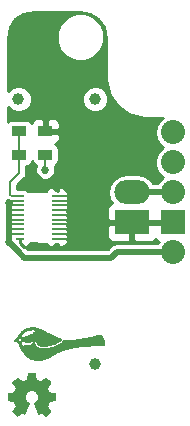
<source format=gtl>
G04 #@! TF.FileFunction,Copper,L1,Top,Signal*
%FSLAX46Y46*%
G04 Gerber Fmt 4.6, Leading zero omitted, Abs format (unit mm)*
G04 Created by KiCad (PCBNEW 4.0.1-stable) date Tuesday, April 12, 2016 'PMt' 11:21:32 PM*
%MOMM*%
G01*
G04 APERTURE LIST*
%ADD10C,0.100000*%
%ADD11C,0.010000*%
%ADD12C,1.000000*%
%ADD13O,2.032000X2.032000*%
%ADD14C,2.032000*%
%ADD15R,2.032000X2.032000*%
%ADD16R,1.200000X0.900000*%
%ADD17R,3.000000X2.032000*%
%ADD18O,3.000000X2.032000*%
%ADD19R,0.700000X0.200000*%
%ADD20C,0.685800*%
%ADD21C,0.508000*%
%ADD22C,0.152400*%
%ADD23C,0.250000*%
%ADD24C,0.254000*%
G04 APERTURE END LIST*
D10*
D11*
G36*
X159141912Y-121189328D02*
X159179087Y-121189340D01*
X159211821Y-121189366D01*
X159240406Y-121189411D01*
X159265137Y-121189481D01*
X159286306Y-121189581D01*
X159304208Y-121189715D01*
X159319136Y-121189889D01*
X159331384Y-121190109D01*
X159341247Y-121190379D01*
X159349017Y-121190705D01*
X159354988Y-121191092D01*
X159359454Y-121191544D01*
X159362709Y-121192067D01*
X159365046Y-121192667D01*
X159366760Y-121193349D01*
X159368032Y-121194048D01*
X159374217Y-121199369D01*
X159378517Y-121205738D01*
X159378618Y-121205984D01*
X159379468Y-121209432D01*
X159381162Y-121217481D01*
X159383633Y-121229785D01*
X159386816Y-121245999D01*
X159390644Y-121265777D01*
X159395052Y-121288772D01*
X159399972Y-121314640D01*
X159405339Y-121343034D01*
X159411087Y-121373609D01*
X159417150Y-121406019D01*
X159423461Y-121439918D01*
X159426888Y-121458396D01*
X159433321Y-121493102D01*
X159439535Y-121526614D01*
X159445466Y-121558574D01*
X159451046Y-121588625D01*
X159456209Y-121616411D01*
X159460889Y-121641572D01*
X159465018Y-121663753D01*
X159468531Y-121682596D01*
X159471362Y-121697743D01*
X159473443Y-121708837D01*
X159474708Y-121715522D01*
X159475013Y-121717096D01*
X159475885Y-121721591D01*
X159476785Y-121725572D01*
X159478016Y-121729199D01*
X159479879Y-121732631D01*
X159482678Y-121736027D01*
X159486715Y-121739546D01*
X159492292Y-121743349D01*
X159499712Y-121747593D01*
X159509277Y-121752440D01*
X159521290Y-121758046D01*
X159536054Y-121764573D01*
X159553871Y-121772180D01*
X159575043Y-121781025D01*
X159599873Y-121791268D01*
X159628663Y-121803068D01*
X159661716Y-121816586D01*
X159671628Y-121820639D01*
X159706076Y-121834740D01*
X159736188Y-121847060D01*
X159762294Y-121857692D01*
X159784727Y-121866727D01*
X159803816Y-121874258D01*
X159819894Y-121880378D01*
X159833292Y-121885177D01*
X159844341Y-121888748D01*
X159853372Y-121891184D01*
X159860717Y-121892576D01*
X159866707Y-121893017D01*
X159871673Y-121892599D01*
X159875947Y-121891413D01*
X159879860Y-121889553D01*
X159883743Y-121887110D01*
X159887927Y-121884176D01*
X159891390Y-121881759D01*
X159895895Y-121878675D01*
X159904234Y-121872960D01*
X159916094Y-121864828D01*
X159931161Y-121854496D01*
X159949123Y-121842176D01*
X159969666Y-121828085D01*
X159992477Y-121812437D01*
X160017244Y-121795447D01*
X160043652Y-121777329D01*
X160071388Y-121758299D01*
X160100140Y-121738571D01*
X160111367Y-121730867D01*
X160144967Y-121707819D01*
X160174678Y-121687457D01*
X160200756Y-121669616D01*
X160223454Y-121654130D01*
X160243028Y-121640833D01*
X160259732Y-121629561D01*
X160273819Y-121620146D01*
X160285546Y-121612424D01*
X160295166Y-121606229D01*
X160302934Y-121601394D01*
X160309104Y-121597754D01*
X160313931Y-121595144D01*
X160317669Y-121593398D01*
X160320573Y-121592350D01*
X160322897Y-121591833D01*
X160324895Y-121591684D01*
X160325110Y-121591683D01*
X160336011Y-121591683D01*
X160522758Y-121778429D01*
X160552582Y-121808256D01*
X160579048Y-121834738D01*
X160602358Y-121858086D01*
X160622712Y-121878513D01*
X160640310Y-121896229D01*
X160655352Y-121911445D01*
X160668040Y-121924372D01*
X160678573Y-121935223D01*
X160687152Y-121944207D01*
X160693977Y-121951537D01*
X160699249Y-121957423D01*
X160703168Y-121962076D01*
X160705935Y-121965708D01*
X160707749Y-121968530D01*
X160708812Y-121970754D01*
X160709323Y-121972589D01*
X160709484Y-121974249D01*
X160709495Y-121975217D01*
X160708249Y-121984021D01*
X160705215Y-121992217D01*
X160704773Y-121992985D01*
X160702686Y-121996153D01*
X160697958Y-122003162D01*
X160690798Y-122013709D01*
X160681414Y-122027491D01*
X160670012Y-122044203D01*
X160656801Y-122063542D01*
X160641987Y-122085204D01*
X160625780Y-122108884D01*
X160608385Y-122134279D01*
X160590012Y-122161086D01*
X160570866Y-122188999D01*
X160568179Y-122192916D01*
X160548759Y-122221219D01*
X160529948Y-122248639D01*
X160511966Y-122274850D01*
X160495037Y-122299529D01*
X160479383Y-122322353D01*
X160465226Y-122342997D01*
X160452787Y-122361137D01*
X160442289Y-122376450D01*
X160433954Y-122388611D01*
X160428005Y-122397297D01*
X160424663Y-122402184D01*
X160424525Y-122402386D01*
X160421271Y-122407029D01*
X160418436Y-122411113D01*
X160416117Y-122414966D01*
X160414410Y-122418916D01*
X160413412Y-122423290D01*
X160413218Y-122428418D01*
X160413927Y-122434628D01*
X160415635Y-122442247D01*
X160418437Y-122451604D01*
X160422431Y-122463027D01*
X160427713Y-122476845D01*
X160434381Y-122493385D01*
X160442529Y-122512975D01*
X160452256Y-122535945D01*
X160463657Y-122562621D01*
X160476830Y-122593333D01*
X160489234Y-122622256D01*
X160501459Y-122650761D01*
X160513181Y-122678056D01*
X160524240Y-122703768D01*
X160534475Y-122727524D01*
X160543723Y-122748952D01*
X160551825Y-122767678D01*
X160558620Y-122783330D01*
X160563945Y-122795536D01*
X160567640Y-122803921D01*
X160569544Y-122808114D01*
X160569671Y-122808370D01*
X160574634Y-122815307D01*
X160581041Y-122821298D01*
X160581084Y-122821329D01*
X160582257Y-122822180D01*
X160583418Y-122822962D01*
X160584835Y-122823728D01*
X160586774Y-122824531D01*
X160589505Y-122825425D01*
X160593294Y-122826463D01*
X160598410Y-122827699D01*
X160605119Y-122829185D01*
X160613691Y-122830974D01*
X160624392Y-122833121D01*
X160637490Y-122835678D01*
X160653253Y-122838699D01*
X160671948Y-122842236D01*
X160693845Y-122846344D01*
X160719209Y-122851075D01*
X160748308Y-122856483D01*
X160781412Y-122862621D01*
X160818786Y-122869543D01*
X160860700Y-122877300D01*
X160884287Y-122881666D01*
X160914902Y-122887339D01*
X160944300Y-122892800D01*
X160972076Y-122897972D01*
X160997820Y-122902779D01*
X161021124Y-122907143D01*
X161041580Y-122910989D01*
X161058782Y-122914240D01*
X161072319Y-122916819D01*
X161081786Y-122918650D01*
X161086773Y-122919656D01*
X161087099Y-122919729D01*
X161095862Y-122922846D01*
X161103200Y-122927326D01*
X161104703Y-122928716D01*
X161110623Y-122935018D01*
X161111262Y-123198246D01*
X161111362Y-123240381D01*
X161111443Y-123277778D01*
X161111500Y-123310730D01*
X161111528Y-123339530D01*
X161111523Y-123364469D01*
X161111481Y-123385841D01*
X161111396Y-123403938D01*
X161111265Y-123419052D01*
X161111083Y-123431475D01*
X161110845Y-123441500D01*
X161110546Y-123449419D01*
X161110183Y-123455525D01*
X161109751Y-123460110D01*
X161109245Y-123463466D01*
X161108660Y-123465886D01*
X161107993Y-123467663D01*
X161107238Y-123469088D01*
X161107056Y-123469389D01*
X161100775Y-123476182D01*
X161093843Y-123480019D01*
X161089972Y-123480937D01*
X161081590Y-123482681D01*
X161069132Y-123485167D01*
X161053035Y-123488312D01*
X161033733Y-123492032D01*
X161011662Y-123496243D01*
X160987258Y-123500861D01*
X160960957Y-123505803D01*
X160933193Y-123510984D01*
X160922010Y-123513062D01*
X160876078Y-123521585D01*
X160834833Y-123529241D01*
X160798017Y-123536081D01*
X160765370Y-123542152D01*
X160736635Y-123547503D01*
X160711553Y-123552184D01*
X160689865Y-123556244D01*
X160671313Y-123559731D01*
X160655637Y-123562695D01*
X160642580Y-123565184D01*
X160631883Y-123567248D01*
X160623287Y-123568935D01*
X160616533Y-123570294D01*
X160611364Y-123571375D01*
X160607520Y-123572226D01*
X160604743Y-123572896D01*
X160602774Y-123573435D01*
X160602077Y-123573649D01*
X160594794Y-123577446D01*
X160588208Y-123583110D01*
X160587927Y-123583437D01*
X160586055Y-123586873D01*
X160582476Y-123594645D01*
X160577329Y-123606416D01*
X160570757Y-123621844D01*
X160562901Y-123640589D01*
X160553901Y-123662313D01*
X160543899Y-123686674D01*
X160533037Y-123713333D01*
X160521454Y-123741951D01*
X160509294Y-123772186D01*
X160503193Y-123787423D01*
X160489259Y-123822282D01*
X160477081Y-123852781D01*
X160466543Y-123879233D01*
X160457533Y-123901948D01*
X160449936Y-123921239D01*
X160443639Y-123937415D01*
X160438527Y-123950787D01*
X160434487Y-123961668D01*
X160431406Y-123970367D01*
X160429168Y-123977196D01*
X160427661Y-123982467D01*
X160426770Y-123986489D01*
X160426381Y-123989575D01*
X160426382Y-123992035D01*
X160426657Y-123994180D01*
X160426961Y-123995703D01*
X160427914Y-123998459D01*
X160429976Y-124002672D01*
X160433294Y-124008563D01*
X160438016Y-124016354D01*
X160444288Y-124026268D01*
X160452257Y-124038525D01*
X160462070Y-124053349D01*
X160473875Y-124070961D01*
X160487818Y-124091583D01*
X160504045Y-124115436D01*
X160522705Y-124142743D01*
X160543943Y-124173726D01*
X160567907Y-124208606D01*
X160568620Y-124209643D01*
X160588339Y-124238371D01*
X160607248Y-124266022D01*
X160625151Y-124292303D01*
X160641851Y-124316922D01*
X160657151Y-124339585D01*
X160670857Y-124360000D01*
X160682771Y-124377874D01*
X160692698Y-124392914D01*
X160700441Y-124404828D01*
X160705804Y-124413324D01*
X160708590Y-124418107D01*
X160708951Y-124418972D01*
X160709189Y-124426912D01*
X160708379Y-124432804D01*
X160706445Y-124435722D01*
X160701277Y-124441774D01*
X160692837Y-124451002D01*
X160681086Y-124463444D01*
X160665985Y-124479142D01*
X160647494Y-124498136D01*
X160625575Y-124520466D01*
X160600189Y-124546172D01*
X160571296Y-124575294D01*
X160538858Y-124607873D01*
X160525143Y-124621619D01*
X160499929Y-124646847D01*
X160475621Y-124671107D01*
X160452468Y-124694157D01*
X160430714Y-124715753D01*
X160410608Y-124735654D01*
X160392395Y-124753615D01*
X160376321Y-124769396D01*
X160362634Y-124782752D01*
X160351579Y-124793442D01*
X160343404Y-124801223D01*
X160338354Y-124805851D01*
X160336803Y-124807089D01*
X160326833Y-124810352D01*
X160316612Y-124809312D01*
X160305289Y-124803848D01*
X160303010Y-124802346D01*
X160299136Y-124799695D01*
X160291436Y-124794419D01*
X160280229Y-124786737D01*
X160265836Y-124776870D01*
X160248578Y-124765037D01*
X160228776Y-124751458D01*
X160206749Y-124736352D01*
X160182818Y-124719940D01*
X160157305Y-124702442D01*
X160130529Y-124684077D01*
X160105940Y-124667211D01*
X160078417Y-124648348D01*
X160051938Y-124630232D01*
X160026816Y-124613074D01*
X160003363Y-124597087D01*
X159981892Y-124582482D01*
X159962716Y-124569473D01*
X159946147Y-124558271D01*
X159932498Y-124549088D01*
X159922082Y-124542136D01*
X159915212Y-124537629D01*
X159912297Y-124535825D01*
X159900483Y-124532294D01*
X159894107Y-124532398D01*
X159889402Y-124533917D01*
X159880635Y-124537726D01*
X159868135Y-124543662D01*
X159852231Y-124551562D01*
X159833253Y-124561264D01*
X159811529Y-124572606D01*
X159794559Y-124581596D01*
X159770834Y-124594199D01*
X159751102Y-124604565D01*
X159734942Y-124612860D01*
X159721927Y-124619252D01*
X159711636Y-124623908D01*
X159703644Y-124626995D01*
X159697526Y-124628680D01*
X159692861Y-124629131D01*
X159689223Y-124628513D01*
X159686189Y-124626994D01*
X159683889Y-124625222D01*
X159682309Y-124622374D01*
X159678885Y-124615011D01*
X159673675Y-124603274D01*
X159666737Y-124587305D01*
X159658133Y-124567245D01*
X159647920Y-124543234D01*
X159636159Y-124515413D01*
X159622908Y-124483924D01*
X159608227Y-124448906D01*
X159592175Y-124410501D01*
X159574812Y-124368850D01*
X159556196Y-124324094D01*
X159536388Y-124276374D01*
X159515446Y-124225830D01*
X159498588Y-124185080D01*
X159476707Y-124132154D01*
X159456672Y-124083674D01*
X159438403Y-124039444D01*
X159421821Y-123999263D01*
X159406845Y-123962932D01*
X159393396Y-123930253D01*
X159381395Y-123901026D01*
X159370763Y-123875052D01*
X159361419Y-123852131D01*
X159353285Y-123832066D01*
X159346280Y-123814657D01*
X159340325Y-123799704D01*
X159335342Y-123787009D01*
X159331249Y-123776373D01*
X159327968Y-123767595D01*
X159325419Y-123760478D01*
X159323522Y-123754823D01*
X159322199Y-123750429D01*
X159321369Y-123747099D01*
X159320953Y-123744632D01*
X159320871Y-123742830D01*
X159321045Y-123741494D01*
X159321199Y-123740950D01*
X159323599Y-123735298D01*
X159327242Y-123730243D01*
X159332912Y-123725085D01*
X159341395Y-123719125D01*
X159353475Y-123711663D01*
X159355257Y-123710602D01*
X159367135Y-123703219D01*
X159380052Y-123694680D01*
X159391491Y-123686656D01*
X159392980Y-123685558D01*
X159402649Y-123678368D01*
X159414572Y-123669506D01*
X159426963Y-123660299D01*
X159434475Y-123654719D01*
X159475725Y-123620988D01*
X159513516Y-123583697D01*
X159547598Y-123543121D01*
X159577724Y-123499533D01*
X159583524Y-123490024D01*
X159606301Y-123447314D01*
X159625628Y-123401638D01*
X159641173Y-123353973D01*
X159652607Y-123305300D01*
X159658232Y-123269155D01*
X159659830Y-123250627D01*
X159660694Y-123228600D01*
X159660850Y-123204549D01*
X159660321Y-123179948D01*
X159659129Y-123156271D01*
X159657300Y-123134991D01*
X159655914Y-123124045D01*
X159645747Y-123071737D01*
X159630996Y-123021214D01*
X159611839Y-122972723D01*
X159588456Y-122926508D01*
X159561024Y-122882817D01*
X159529724Y-122841897D01*
X159494732Y-122803992D01*
X159456229Y-122769350D01*
X159414393Y-122738217D01*
X159369403Y-122710840D01*
X159347977Y-122699712D01*
X159300646Y-122678956D01*
X159252462Y-122662984D01*
X159203044Y-122651707D01*
X159152010Y-122645039D01*
X159100000Y-122642891D01*
X159054843Y-122644365D01*
X159012475Y-122648928D01*
X158971562Y-122656788D01*
X158930769Y-122668152D01*
X158923960Y-122670378D01*
X158874705Y-122689370D01*
X158827852Y-122712596D01*
X158783643Y-122739815D01*
X158742319Y-122770788D01*
X158704122Y-122805275D01*
X158669295Y-122843036D01*
X158638078Y-122883832D01*
X158610714Y-122927422D01*
X158587445Y-122973567D01*
X158568512Y-123022026D01*
X158568074Y-123023329D01*
X158556907Y-123060050D01*
X158548666Y-123095126D01*
X158543102Y-123130130D01*
X158539965Y-123166637D01*
X158539004Y-123206084D01*
X158539990Y-123243824D01*
X158543057Y-123278572D01*
X158548476Y-123312030D01*
X158556521Y-123345900D01*
X158566756Y-123379742D01*
X158585700Y-123429412D01*
X158608995Y-123476635D01*
X158636490Y-123521205D01*
X158668038Y-123562917D01*
X158703490Y-123601564D01*
X158742697Y-123636943D01*
X158765524Y-123654723D01*
X158776681Y-123662991D01*
X158787963Y-123671394D01*
X158797838Y-123678788D01*
X158803247Y-123682869D01*
X158811470Y-123688763D01*
X158822332Y-123696081D01*
X158834134Y-123703693D01*
X158840970Y-123707937D01*
X158854169Y-123716145D01*
X158863686Y-123722542D01*
X158870241Y-123727755D01*
X158874550Y-123732410D01*
X158877333Y-123737134D01*
X158878805Y-123740963D01*
X158879075Y-123742144D01*
X158879131Y-123743689D01*
X158878892Y-123745799D01*
X158878280Y-123748672D01*
X158877214Y-123752506D01*
X158875615Y-123757503D01*
X158873404Y-123763860D01*
X158870501Y-123771776D01*
X158866826Y-123781451D01*
X158862300Y-123793084D01*
X158856844Y-123806874D01*
X158850377Y-123823020D01*
X158842821Y-123841722D01*
X158834096Y-123863177D01*
X158824121Y-123887586D01*
X158812819Y-123915148D01*
X158800108Y-123946061D01*
X158785911Y-123980526D01*
X158770146Y-124018740D01*
X158752735Y-124060903D01*
X158733598Y-124107214D01*
X158712655Y-124157873D01*
X158701400Y-124185093D01*
X158679840Y-124237188D01*
X158659326Y-124286673D01*
X158639918Y-124333400D01*
X158621680Y-124377222D01*
X158604674Y-124417990D01*
X158588960Y-124455558D01*
X158574603Y-124489776D01*
X158561664Y-124520499D01*
X158550205Y-124547577D01*
X158540288Y-124570864D01*
X158531976Y-124590211D01*
X158525331Y-124605471D01*
X158520415Y-124616495D01*
X158517290Y-124623138D01*
X158516094Y-124625222D01*
X158509755Y-124628499D01*
X158503425Y-124629623D01*
X158498868Y-124628370D01*
X158490014Y-124624631D01*
X158476924Y-124618434D01*
X158459655Y-124609809D01*
X158438269Y-124598785D01*
X158412823Y-124585390D01*
X158406253Y-124581898D01*
X158386434Y-124571410D01*
X158367737Y-124561640D01*
X158350684Y-124552852D01*
X158335798Y-124545310D01*
X158323603Y-124539279D01*
X158314622Y-124535022D01*
X158309377Y-124532804D01*
X158308575Y-124532569D01*
X158300146Y-124532265D01*
X158292779Y-124533666D01*
X158289584Y-124535468D01*
X158282560Y-124539915D01*
X158272019Y-124546797D01*
X158258271Y-124555905D01*
X158241630Y-124567028D01*
X158222407Y-124579958D01*
X158200914Y-124594484D01*
X158177463Y-124610396D01*
X158152365Y-124627486D01*
X158125933Y-124645542D01*
X158102155Y-124661834D01*
X158074535Y-124680782D01*
X158047794Y-124699127D01*
X158022265Y-124716639D01*
X157998281Y-124733089D01*
X157976177Y-124748249D01*
X157956285Y-124761890D01*
X157938940Y-124773784D01*
X157924475Y-124783700D01*
X157913223Y-124791411D01*
X157905520Y-124796688D01*
X157902143Y-124798997D01*
X157890080Y-124806348D01*
X157880284Y-124810042D01*
X157871756Y-124810249D01*
X157863499Y-124807140D01*
X157861435Y-124805912D01*
X157858636Y-124803496D01*
X157852539Y-124797759D01*
X157843394Y-124788946D01*
X157831448Y-124777303D01*
X157816951Y-124763076D01*
X157800151Y-124746510D01*
X157781297Y-124727851D01*
X157760638Y-124707345D01*
X157738423Y-124685237D01*
X157714900Y-124661772D01*
X157690318Y-124637196D01*
X157673599Y-124620451D01*
X157639864Y-124586593D01*
X157609690Y-124556208D01*
X157583039Y-124529257D01*
X157559874Y-124505702D01*
X157540155Y-124485503D01*
X157523845Y-124468619D01*
X157510905Y-124455013D01*
X157501297Y-124444645D01*
X157494984Y-124437474D01*
X157491926Y-124433463D01*
X157491620Y-124432804D01*
X157490720Y-124424838D01*
X157491035Y-124418972D01*
X157492592Y-124415961D01*
X157496814Y-124409106D01*
X157503504Y-124398700D01*
X157512468Y-124385035D01*
X157523508Y-124368405D01*
X157536428Y-124349102D01*
X157551032Y-124327418D01*
X157567124Y-124303647D01*
X157584507Y-124278081D01*
X157602986Y-124251013D01*
X157622364Y-124222735D01*
X157631360Y-124209643D01*
X157655411Y-124174639D01*
X157676733Y-124143539D01*
X157695470Y-124116121D01*
X157711771Y-124092165D01*
X157725781Y-124071447D01*
X157737648Y-124053747D01*
X157747518Y-124038844D01*
X157755539Y-124026515D01*
X157761856Y-124016539D01*
X157766616Y-124008694D01*
X157769967Y-124002759D01*
X157772054Y-123998513D01*
X157773025Y-123995733D01*
X157773032Y-123995703D01*
X157773436Y-123993591D01*
X157773648Y-123991390D01*
X157773553Y-123988789D01*
X157773037Y-123985475D01*
X157771987Y-123981139D01*
X157770289Y-123975468D01*
X157767829Y-123968151D01*
X157764492Y-123958877D01*
X157760166Y-123947335D01*
X157754736Y-123933213D01*
X157748087Y-123916201D01*
X157740107Y-123895986D01*
X157730682Y-123872258D01*
X157719696Y-123844705D01*
X157707038Y-123813017D01*
X157696905Y-123787669D01*
X157684860Y-123757618D01*
X157673256Y-123728812D01*
X157662239Y-123701606D01*
X157651957Y-123676358D01*
X157642556Y-123653425D01*
X157634185Y-123633164D01*
X157626989Y-123615931D01*
X157621117Y-123602083D01*
X157616716Y-123591977D01*
X157613932Y-123585970D01*
X157613088Y-123584467D01*
X157606838Y-123578611D01*
X157600097Y-123574588D01*
X157596559Y-123573678D01*
X157588425Y-123571925D01*
X157576048Y-123569397D01*
X157559779Y-123566162D01*
X157539970Y-123562289D01*
X157516973Y-123557844D01*
X157491139Y-123552896D01*
X157462820Y-123547512D01*
X157432367Y-123541761D01*
X157400133Y-123535710D01*
X157366468Y-123529427D01*
X157353435Y-123527004D01*
X157319307Y-123520655D01*
X157286465Y-123514523D01*
X157255261Y-123508675D01*
X157226049Y-123503179D01*
X157199181Y-123498101D01*
X157175011Y-123493509D01*
X157153890Y-123489469D01*
X157136171Y-123486049D01*
X157122208Y-123483316D01*
X157112352Y-123481337D01*
X157106958Y-123480179D01*
X157106157Y-123479970D01*
X157098245Y-123475394D01*
X157092943Y-123469389D01*
X157092168Y-123468002D01*
X157091481Y-123466330D01*
X157090879Y-123464080D01*
X157090355Y-123460959D01*
X157089907Y-123456675D01*
X157089529Y-123450936D01*
X157089216Y-123443449D01*
X157088965Y-123433921D01*
X157088771Y-123422061D01*
X157088628Y-123407577D01*
X157088534Y-123390175D01*
X157088482Y-123369563D01*
X157088470Y-123345449D01*
X157088491Y-123317540D01*
X157088541Y-123285545D01*
X157088617Y-123249170D01*
X157088713Y-123208123D01*
X157088737Y-123198246D01*
X157089376Y-122935018D01*
X157095371Y-122928637D01*
X157096249Y-122927558D01*
X157096863Y-122926630D01*
X157097492Y-122925794D01*
X157098412Y-122924993D01*
X157099901Y-122924170D01*
X157102235Y-122923267D01*
X157105692Y-122922228D01*
X157110550Y-122920993D01*
X157117085Y-122919507D01*
X157125575Y-122917712D01*
X157136297Y-122915550D01*
X157149528Y-122912964D01*
X157165546Y-122909897D01*
X157184627Y-122906290D01*
X157207049Y-122902087D01*
X157233089Y-122897231D01*
X157263025Y-122891663D01*
X157297133Y-122885327D01*
X157335691Y-122878165D01*
X157369033Y-122871969D01*
X157409894Y-122864373D01*
X157446104Y-122857633D01*
X157477952Y-122851678D01*
X157505730Y-122846438D01*
X157529729Y-122841841D01*
X157550240Y-122837816D01*
X157567555Y-122834294D01*
X157581964Y-122831202D01*
X157593759Y-122828470D01*
X157603232Y-122826027D01*
X157610672Y-122823802D01*
X157616372Y-122821724D01*
X157620622Y-122819723D01*
X157623714Y-122817728D01*
X157625938Y-122815667D01*
X157627587Y-122813470D01*
X157628951Y-122811066D01*
X157630321Y-122808384D01*
X157630328Y-122808370D01*
X157631932Y-122804878D01*
X157635354Y-122797134D01*
X157640431Y-122785510D01*
X157647002Y-122770381D01*
X157654907Y-122752119D01*
X157663985Y-122731096D01*
X157674073Y-122707685D01*
X157685012Y-122682259D01*
X157696640Y-122655190D01*
X157708795Y-122626853D01*
X157710765Y-122622256D01*
X157725488Y-122587931D01*
X157738358Y-122557914D01*
X157749474Y-122531878D01*
X157758931Y-122509494D01*
X157766826Y-122490435D01*
X157773256Y-122474371D01*
X157778317Y-122460975D01*
X157782107Y-122449918D01*
X157784721Y-122440873D01*
X157786256Y-122433511D01*
X157786809Y-122427503D01*
X157786477Y-122422522D01*
X157785356Y-122418240D01*
X157783543Y-122414328D01*
X157781134Y-122410457D01*
X157778226Y-122406301D01*
X157775494Y-122402386D01*
X157772369Y-122397811D01*
X157766618Y-122389410D01*
X157758463Y-122377505D01*
X157748122Y-122362415D01*
X157735816Y-122344463D01*
X157721766Y-122323969D01*
X157706191Y-122301255D01*
X157689312Y-122276642D01*
X157671348Y-122250451D01*
X157652521Y-122223003D01*
X157633050Y-122194620D01*
X157630030Y-122190217D01*
X157610707Y-122162039D01*
X157592160Y-122134966D01*
X157574592Y-122109298D01*
X157558206Y-122085329D01*
X157543202Y-122063359D01*
X157529785Y-122043683D01*
X157518157Y-122026599D01*
X157508520Y-122012404D01*
X157501077Y-122001394D01*
X157496030Y-121993867D01*
X157493582Y-121990120D01*
X157493407Y-121989823D01*
X157491443Y-121983596D01*
X157490507Y-121975669D01*
X157490495Y-121974753D01*
X157490576Y-121973141D01*
X157490955Y-121971404D01*
X157491831Y-121969332D01*
X157493405Y-121966714D01*
X157495877Y-121963339D01*
X157499448Y-121958996D01*
X157504318Y-121953476D01*
X157510686Y-121946567D01*
X157518754Y-121938059D01*
X157528723Y-121927740D01*
X157540791Y-121915402D01*
X157555160Y-121900832D01*
X157572031Y-121883820D01*
X157591602Y-121864155D01*
X157614076Y-121841628D01*
X157639652Y-121816027D01*
X157668530Y-121787141D01*
X157677241Y-121778429D01*
X157863988Y-121591683D01*
X157874972Y-121591683D01*
X157876369Y-121591594D01*
X157877491Y-121591417D01*
X157878543Y-121591286D01*
X157879727Y-121591335D01*
X157881247Y-121591700D01*
X157883305Y-121592514D01*
X157886105Y-121593912D01*
X157889851Y-121596028D01*
X157894744Y-121598997D01*
X157900989Y-121602953D01*
X157908789Y-121608030D01*
X157918346Y-121614364D01*
X157929864Y-121622087D01*
X157943546Y-121631336D01*
X157959595Y-121642243D01*
X157978215Y-121654944D01*
X157999608Y-121669574D01*
X158023978Y-121686265D01*
X158051528Y-121705153D01*
X158082460Y-121726373D01*
X158116979Y-121750058D01*
X158155287Y-121776344D01*
X158188033Y-121798809D01*
X158215331Y-121817530D01*
X158238804Y-121833605D01*
X158258772Y-121847235D01*
X158275556Y-121858622D01*
X158289475Y-121867967D01*
X158300851Y-121875472D01*
X158310003Y-121881339D01*
X158317253Y-121885769D01*
X158322919Y-121888963D01*
X158327323Y-121891124D01*
X158330786Y-121892454D01*
X158333627Y-121893152D01*
X158336166Y-121893422D01*
X158338451Y-121893465D01*
X158341406Y-121893229D01*
X158345398Y-121892441D01*
X158350742Y-121890979D01*
X158357755Y-121888723D01*
X158366754Y-121885553D01*
X158378054Y-121881347D01*
X158391972Y-121875985D01*
X158408824Y-121869345D01*
X158428927Y-121861308D01*
X158452596Y-121851752D01*
X158480148Y-121840556D01*
X158511900Y-121827600D01*
X158526141Y-121821777D01*
X158554446Y-121810172D01*
X158581495Y-121799031D01*
X158606912Y-121788511D01*
X158630319Y-121778772D01*
X158651341Y-121769970D01*
X158669601Y-121762266D01*
X158684722Y-121755816D01*
X158696327Y-121750779D01*
X158704041Y-121747313D01*
X158707486Y-121745577D01*
X158707527Y-121745547D01*
X158709785Y-121743863D01*
X158711830Y-121742155D01*
X158713729Y-121740136D01*
X158715547Y-121737517D01*
X158717351Y-121734014D01*
X158719207Y-121729338D01*
X158721181Y-121723203D01*
X158723339Y-121715322D01*
X158725747Y-121705407D01*
X158728471Y-121693173D01*
X158731577Y-121678331D01*
X158735131Y-121660596D01*
X158739200Y-121639680D01*
X158743849Y-121615296D01*
X158749144Y-121587158D01*
X158755152Y-121554977D01*
X158761939Y-121518468D01*
X158769570Y-121477344D01*
X158770771Y-121470869D01*
X158777357Y-121435447D01*
X158783728Y-121401329D01*
X158789819Y-121368850D01*
X158795567Y-121338348D01*
X158800907Y-121310159D01*
X158805774Y-121284620D01*
X158810105Y-121262068D01*
X158813834Y-121242838D01*
X158816898Y-121227269D01*
X158819233Y-121215695D01*
X158820773Y-121208455D01*
X158821400Y-121205984D01*
X158825549Y-121199638D01*
X158831701Y-121194214D01*
X158831968Y-121194048D01*
X158833368Y-121193288D01*
X158835123Y-121192614D01*
X158837526Y-121192020D01*
X158840872Y-121191503D01*
X158845454Y-121191056D01*
X158851565Y-121190675D01*
X158859501Y-121190354D01*
X158869553Y-121190089D01*
X158882017Y-121189873D01*
X158897185Y-121189702D01*
X158915351Y-121189571D01*
X158936810Y-121189474D01*
X158961855Y-121189406D01*
X158990779Y-121189363D01*
X159023876Y-121189338D01*
X159061441Y-121189328D01*
X159100000Y-121189325D01*
X159141912Y-121189328D01*
X159141912Y-121189328D01*
G37*
X159141912Y-121189328D02*
X159179087Y-121189340D01*
X159211821Y-121189366D01*
X159240406Y-121189411D01*
X159265137Y-121189481D01*
X159286306Y-121189581D01*
X159304208Y-121189715D01*
X159319136Y-121189889D01*
X159331384Y-121190109D01*
X159341247Y-121190379D01*
X159349017Y-121190705D01*
X159354988Y-121191092D01*
X159359454Y-121191544D01*
X159362709Y-121192067D01*
X159365046Y-121192667D01*
X159366760Y-121193349D01*
X159368032Y-121194048D01*
X159374217Y-121199369D01*
X159378517Y-121205738D01*
X159378618Y-121205984D01*
X159379468Y-121209432D01*
X159381162Y-121217481D01*
X159383633Y-121229785D01*
X159386816Y-121245999D01*
X159390644Y-121265777D01*
X159395052Y-121288772D01*
X159399972Y-121314640D01*
X159405339Y-121343034D01*
X159411087Y-121373609D01*
X159417150Y-121406019D01*
X159423461Y-121439918D01*
X159426888Y-121458396D01*
X159433321Y-121493102D01*
X159439535Y-121526614D01*
X159445466Y-121558574D01*
X159451046Y-121588625D01*
X159456209Y-121616411D01*
X159460889Y-121641572D01*
X159465018Y-121663753D01*
X159468531Y-121682596D01*
X159471362Y-121697743D01*
X159473443Y-121708837D01*
X159474708Y-121715522D01*
X159475013Y-121717096D01*
X159475885Y-121721591D01*
X159476785Y-121725572D01*
X159478016Y-121729199D01*
X159479879Y-121732631D01*
X159482678Y-121736027D01*
X159486715Y-121739546D01*
X159492292Y-121743349D01*
X159499712Y-121747593D01*
X159509277Y-121752440D01*
X159521290Y-121758046D01*
X159536054Y-121764573D01*
X159553871Y-121772180D01*
X159575043Y-121781025D01*
X159599873Y-121791268D01*
X159628663Y-121803068D01*
X159661716Y-121816586D01*
X159671628Y-121820639D01*
X159706076Y-121834740D01*
X159736188Y-121847060D01*
X159762294Y-121857692D01*
X159784727Y-121866727D01*
X159803816Y-121874258D01*
X159819894Y-121880378D01*
X159833292Y-121885177D01*
X159844341Y-121888748D01*
X159853372Y-121891184D01*
X159860717Y-121892576D01*
X159866707Y-121893017D01*
X159871673Y-121892599D01*
X159875947Y-121891413D01*
X159879860Y-121889553D01*
X159883743Y-121887110D01*
X159887927Y-121884176D01*
X159891390Y-121881759D01*
X159895895Y-121878675D01*
X159904234Y-121872960D01*
X159916094Y-121864828D01*
X159931161Y-121854496D01*
X159949123Y-121842176D01*
X159969666Y-121828085D01*
X159992477Y-121812437D01*
X160017244Y-121795447D01*
X160043652Y-121777329D01*
X160071388Y-121758299D01*
X160100140Y-121738571D01*
X160111367Y-121730867D01*
X160144967Y-121707819D01*
X160174678Y-121687457D01*
X160200756Y-121669616D01*
X160223454Y-121654130D01*
X160243028Y-121640833D01*
X160259732Y-121629561D01*
X160273819Y-121620146D01*
X160285546Y-121612424D01*
X160295166Y-121606229D01*
X160302934Y-121601394D01*
X160309104Y-121597754D01*
X160313931Y-121595144D01*
X160317669Y-121593398D01*
X160320573Y-121592350D01*
X160322897Y-121591833D01*
X160324895Y-121591684D01*
X160325110Y-121591683D01*
X160336011Y-121591683D01*
X160522758Y-121778429D01*
X160552582Y-121808256D01*
X160579048Y-121834738D01*
X160602358Y-121858086D01*
X160622712Y-121878513D01*
X160640310Y-121896229D01*
X160655352Y-121911445D01*
X160668040Y-121924372D01*
X160678573Y-121935223D01*
X160687152Y-121944207D01*
X160693977Y-121951537D01*
X160699249Y-121957423D01*
X160703168Y-121962076D01*
X160705935Y-121965708D01*
X160707749Y-121968530D01*
X160708812Y-121970754D01*
X160709323Y-121972589D01*
X160709484Y-121974249D01*
X160709495Y-121975217D01*
X160708249Y-121984021D01*
X160705215Y-121992217D01*
X160704773Y-121992985D01*
X160702686Y-121996153D01*
X160697958Y-122003162D01*
X160690798Y-122013709D01*
X160681414Y-122027491D01*
X160670012Y-122044203D01*
X160656801Y-122063542D01*
X160641987Y-122085204D01*
X160625780Y-122108884D01*
X160608385Y-122134279D01*
X160590012Y-122161086D01*
X160570866Y-122188999D01*
X160568179Y-122192916D01*
X160548759Y-122221219D01*
X160529948Y-122248639D01*
X160511966Y-122274850D01*
X160495037Y-122299529D01*
X160479383Y-122322353D01*
X160465226Y-122342997D01*
X160452787Y-122361137D01*
X160442289Y-122376450D01*
X160433954Y-122388611D01*
X160428005Y-122397297D01*
X160424663Y-122402184D01*
X160424525Y-122402386D01*
X160421271Y-122407029D01*
X160418436Y-122411113D01*
X160416117Y-122414966D01*
X160414410Y-122418916D01*
X160413412Y-122423290D01*
X160413218Y-122428418D01*
X160413927Y-122434628D01*
X160415635Y-122442247D01*
X160418437Y-122451604D01*
X160422431Y-122463027D01*
X160427713Y-122476845D01*
X160434381Y-122493385D01*
X160442529Y-122512975D01*
X160452256Y-122535945D01*
X160463657Y-122562621D01*
X160476830Y-122593333D01*
X160489234Y-122622256D01*
X160501459Y-122650761D01*
X160513181Y-122678056D01*
X160524240Y-122703768D01*
X160534475Y-122727524D01*
X160543723Y-122748952D01*
X160551825Y-122767678D01*
X160558620Y-122783330D01*
X160563945Y-122795536D01*
X160567640Y-122803921D01*
X160569544Y-122808114D01*
X160569671Y-122808370D01*
X160574634Y-122815307D01*
X160581041Y-122821298D01*
X160581084Y-122821329D01*
X160582257Y-122822180D01*
X160583418Y-122822962D01*
X160584835Y-122823728D01*
X160586774Y-122824531D01*
X160589505Y-122825425D01*
X160593294Y-122826463D01*
X160598410Y-122827699D01*
X160605119Y-122829185D01*
X160613691Y-122830974D01*
X160624392Y-122833121D01*
X160637490Y-122835678D01*
X160653253Y-122838699D01*
X160671948Y-122842236D01*
X160693845Y-122846344D01*
X160719209Y-122851075D01*
X160748308Y-122856483D01*
X160781412Y-122862621D01*
X160818786Y-122869543D01*
X160860700Y-122877300D01*
X160884287Y-122881666D01*
X160914902Y-122887339D01*
X160944300Y-122892800D01*
X160972076Y-122897972D01*
X160997820Y-122902779D01*
X161021124Y-122907143D01*
X161041580Y-122910989D01*
X161058782Y-122914240D01*
X161072319Y-122916819D01*
X161081786Y-122918650D01*
X161086773Y-122919656D01*
X161087099Y-122919729D01*
X161095862Y-122922846D01*
X161103200Y-122927326D01*
X161104703Y-122928716D01*
X161110623Y-122935018D01*
X161111262Y-123198246D01*
X161111362Y-123240381D01*
X161111443Y-123277778D01*
X161111500Y-123310730D01*
X161111528Y-123339530D01*
X161111523Y-123364469D01*
X161111481Y-123385841D01*
X161111396Y-123403938D01*
X161111265Y-123419052D01*
X161111083Y-123431475D01*
X161110845Y-123441500D01*
X161110546Y-123449419D01*
X161110183Y-123455525D01*
X161109751Y-123460110D01*
X161109245Y-123463466D01*
X161108660Y-123465886D01*
X161107993Y-123467663D01*
X161107238Y-123469088D01*
X161107056Y-123469389D01*
X161100775Y-123476182D01*
X161093843Y-123480019D01*
X161089972Y-123480937D01*
X161081590Y-123482681D01*
X161069132Y-123485167D01*
X161053035Y-123488312D01*
X161033733Y-123492032D01*
X161011662Y-123496243D01*
X160987258Y-123500861D01*
X160960957Y-123505803D01*
X160933193Y-123510984D01*
X160922010Y-123513062D01*
X160876078Y-123521585D01*
X160834833Y-123529241D01*
X160798017Y-123536081D01*
X160765370Y-123542152D01*
X160736635Y-123547503D01*
X160711553Y-123552184D01*
X160689865Y-123556244D01*
X160671313Y-123559731D01*
X160655637Y-123562695D01*
X160642580Y-123565184D01*
X160631883Y-123567248D01*
X160623287Y-123568935D01*
X160616533Y-123570294D01*
X160611364Y-123571375D01*
X160607520Y-123572226D01*
X160604743Y-123572896D01*
X160602774Y-123573435D01*
X160602077Y-123573649D01*
X160594794Y-123577446D01*
X160588208Y-123583110D01*
X160587927Y-123583437D01*
X160586055Y-123586873D01*
X160582476Y-123594645D01*
X160577329Y-123606416D01*
X160570757Y-123621844D01*
X160562901Y-123640589D01*
X160553901Y-123662313D01*
X160543899Y-123686674D01*
X160533037Y-123713333D01*
X160521454Y-123741951D01*
X160509294Y-123772186D01*
X160503193Y-123787423D01*
X160489259Y-123822282D01*
X160477081Y-123852781D01*
X160466543Y-123879233D01*
X160457533Y-123901948D01*
X160449936Y-123921239D01*
X160443639Y-123937415D01*
X160438527Y-123950787D01*
X160434487Y-123961668D01*
X160431406Y-123970367D01*
X160429168Y-123977196D01*
X160427661Y-123982467D01*
X160426770Y-123986489D01*
X160426381Y-123989575D01*
X160426382Y-123992035D01*
X160426657Y-123994180D01*
X160426961Y-123995703D01*
X160427914Y-123998459D01*
X160429976Y-124002672D01*
X160433294Y-124008563D01*
X160438016Y-124016354D01*
X160444288Y-124026268D01*
X160452257Y-124038525D01*
X160462070Y-124053349D01*
X160473875Y-124070961D01*
X160487818Y-124091583D01*
X160504045Y-124115436D01*
X160522705Y-124142743D01*
X160543943Y-124173726D01*
X160567907Y-124208606D01*
X160568620Y-124209643D01*
X160588339Y-124238371D01*
X160607248Y-124266022D01*
X160625151Y-124292303D01*
X160641851Y-124316922D01*
X160657151Y-124339585D01*
X160670857Y-124360000D01*
X160682771Y-124377874D01*
X160692698Y-124392914D01*
X160700441Y-124404828D01*
X160705804Y-124413324D01*
X160708590Y-124418107D01*
X160708951Y-124418972D01*
X160709189Y-124426912D01*
X160708379Y-124432804D01*
X160706445Y-124435722D01*
X160701277Y-124441774D01*
X160692837Y-124451002D01*
X160681086Y-124463444D01*
X160665985Y-124479142D01*
X160647494Y-124498136D01*
X160625575Y-124520466D01*
X160600189Y-124546172D01*
X160571296Y-124575294D01*
X160538858Y-124607873D01*
X160525143Y-124621619D01*
X160499929Y-124646847D01*
X160475621Y-124671107D01*
X160452468Y-124694157D01*
X160430714Y-124715753D01*
X160410608Y-124735654D01*
X160392395Y-124753615D01*
X160376321Y-124769396D01*
X160362634Y-124782752D01*
X160351579Y-124793442D01*
X160343404Y-124801223D01*
X160338354Y-124805851D01*
X160336803Y-124807089D01*
X160326833Y-124810352D01*
X160316612Y-124809312D01*
X160305289Y-124803848D01*
X160303010Y-124802346D01*
X160299136Y-124799695D01*
X160291436Y-124794419D01*
X160280229Y-124786737D01*
X160265836Y-124776870D01*
X160248578Y-124765037D01*
X160228776Y-124751458D01*
X160206749Y-124736352D01*
X160182818Y-124719940D01*
X160157305Y-124702442D01*
X160130529Y-124684077D01*
X160105940Y-124667211D01*
X160078417Y-124648348D01*
X160051938Y-124630232D01*
X160026816Y-124613074D01*
X160003363Y-124597087D01*
X159981892Y-124582482D01*
X159962716Y-124569473D01*
X159946147Y-124558271D01*
X159932498Y-124549088D01*
X159922082Y-124542136D01*
X159915212Y-124537629D01*
X159912297Y-124535825D01*
X159900483Y-124532294D01*
X159894107Y-124532398D01*
X159889402Y-124533917D01*
X159880635Y-124537726D01*
X159868135Y-124543662D01*
X159852231Y-124551562D01*
X159833253Y-124561264D01*
X159811529Y-124572606D01*
X159794559Y-124581596D01*
X159770834Y-124594199D01*
X159751102Y-124604565D01*
X159734942Y-124612860D01*
X159721927Y-124619252D01*
X159711636Y-124623908D01*
X159703644Y-124626995D01*
X159697526Y-124628680D01*
X159692861Y-124629131D01*
X159689223Y-124628513D01*
X159686189Y-124626994D01*
X159683889Y-124625222D01*
X159682309Y-124622374D01*
X159678885Y-124615011D01*
X159673675Y-124603274D01*
X159666737Y-124587305D01*
X159658133Y-124567245D01*
X159647920Y-124543234D01*
X159636159Y-124515413D01*
X159622908Y-124483924D01*
X159608227Y-124448906D01*
X159592175Y-124410501D01*
X159574812Y-124368850D01*
X159556196Y-124324094D01*
X159536388Y-124276374D01*
X159515446Y-124225830D01*
X159498588Y-124185080D01*
X159476707Y-124132154D01*
X159456672Y-124083674D01*
X159438403Y-124039444D01*
X159421821Y-123999263D01*
X159406845Y-123962932D01*
X159393396Y-123930253D01*
X159381395Y-123901026D01*
X159370763Y-123875052D01*
X159361419Y-123852131D01*
X159353285Y-123832066D01*
X159346280Y-123814657D01*
X159340325Y-123799704D01*
X159335342Y-123787009D01*
X159331249Y-123776373D01*
X159327968Y-123767595D01*
X159325419Y-123760478D01*
X159323522Y-123754823D01*
X159322199Y-123750429D01*
X159321369Y-123747099D01*
X159320953Y-123744632D01*
X159320871Y-123742830D01*
X159321045Y-123741494D01*
X159321199Y-123740950D01*
X159323599Y-123735298D01*
X159327242Y-123730243D01*
X159332912Y-123725085D01*
X159341395Y-123719125D01*
X159353475Y-123711663D01*
X159355257Y-123710602D01*
X159367135Y-123703219D01*
X159380052Y-123694680D01*
X159391491Y-123686656D01*
X159392980Y-123685558D01*
X159402649Y-123678368D01*
X159414572Y-123669506D01*
X159426963Y-123660299D01*
X159434475Y-123654719D01*
X159475725Y-123620988D01*
X159513516Y-123583697D01*
X159547598Y-123543121D01*
X159577724Y-123499533D01*
X159583524Y-123490024D01*
X159606301Y-123447314D01*
X159625628Y-123401638D01*
X159641173Y-123353973D01*
X159652607Y-123305300D01*
X159658232Y-123269155D01*
X159659830Y-123250627D01*
X159660694Y-123228600D01*
X159660850Y-123204549D01*
X159660321Y-123179948D01*
X159659129Y-123156271D01*
X159657300Y-123134991D01*
X159655914Y-123124045D01*
X159645747Y-123071737D01*
X159630996Y-123021214D01*
X159611839Y-122972723D01*
X159588456Y-122926508D01*
X159561024Y-122882817D01*
X159529724Y-122841897D01*
X159494732Y-122803992D01*
X159456229Y-122769350D01*
X159414393Y-122738217D01*
X159369403Y-122710840D01*
X159347977Y-122699712D01*
X159300646Y-122678956D01*
X159252462Y-122662984D01*
X159203044Y-122651707D01*
X159152010Y-122645039D01*
X159100000Y-122642891D01*
X159054843Y-122644365D01*
X159012475Y-122648928D01*
X158971562Y-122656788D01*
X158930769Y-122668152D01*
X158923960Y-122670378D01*
X158874705Y-122689370D01*
X158827852Y-122712596D01*
X158783643Y-122739815D01*
X158742319Y-122770788D01*
X158704122Y-122805275D01*
X158669295Y-122843036D01*
X158638078Y-122883832D01*
X158610714Y-122927422D01*
X158587445Y-122973567D01*
X158568512Y-123022026D01*
X158568074Y-123023329D01*
X158556907Y-123060050D01*
X158548666Y-123095126D01*
X158543102Y-123130130D01*
X158539965Y-123166637D01*
X158539004Y-123206084D01*
X158539990Y-123243824D01*
X158543057Y-123278572D01*
X158548476Y-123312030D01*
X158556521Y-123345900D01*
X158566756Y-123379742D01*
X158585700Y-123429412D01*
X158608995Y-123476635D01*
X158636490Y-123521205D01*
X158668038Y-123562917D01*
X158703490Y-123601564D01*
X158742697Y-123636943D01*
X158765524Y-123654723D01*
X158776681Y-123662991D01*
X158787963Y-123671394D01*
X158797838Y-123678788D01*
X158803247Y-123682869D01*
X158811470Y-123688763D01*
X158822332Y-123696081D01*
X158834134Y-123703693D01*
X158840970Y-123707937D01*
X158854169Y-123716145D01*
X158863686Y-123722542D01*
X158870241Y-123727755D01*
X158874550Y-123732410D01*
X158877333Y-123737134D01*
X158878805Y-123740963D01*
X158879075Y-123742144D01*
X158879131Y-123743689D01*
X158878892Y-123745799D01*
X158878280Y-123748672D01*
X158877214Y-123752506D01*
X158875615Y-123757503D01*
X158873404Y-123763860D01*
X158870501Y-123771776D01*
X158866826Y-123781451D01*
X158862300Y-123793084D01*
X158856844Y-123806874D01*
X158850377Y-123823020D01*
X158842821Y-123841722D01*
X158834096Y-123863177D01*
X158824121Y-123887586D01*
X158812819Y-123915148D01*
X158800108Y-123946061D01*
X158785911Y-123980526D01*
X158770146Y-124018740D01*
X158752735Y-124060903D01*
X158733598Y-124107214D01*
X158712655Y-124157873D01*
X158701400Y-124185093D01*
X158679840Y-124237188D01*
X158659326Y-124286673D01*
X158639918Y-124333400D01*
X158621680Y-124377222D01*
X158604674Y-124417990D01*
X158588960Y-124455558D01*
X158574603Y-124489776D01*
X158561664Y-124520499D01*
X158550205Y-124547577D01*
X158540288Y-124570864D01*
X158531976Y-124590211D01*
X158525331Y-124605471D01*
X158520415Y-124616495D01*
X158517290Y-124623138D01*
X158516094Y-124625222D01*
X158509755Y-124628499D01*
X158503425Y-124629623D01*
X158498868Y-124628370D01*
X158490014Y-124624631D01*
X158476924Y-124618434D01*
X158459655Y-124609809D01*
X158438269Y-124598785D01*
X158412823Y-124585390D01*
X158406253Y-124581898D01*
X158386434Y-124571410D01*
X158367737Y-124561640D01*
X158350684Y-124552852D01*
X158335798Y-124545310D01*
X158323603Y-124539279D01*
X158314622Y-124535022D01*
X158309377Y-124532804D01*
X158308575Y-124532569D01*
X158300146Y-124532265D01*
X158292779Y-124533666D01*
X158289584Y-124535468D01*
X158282560Y-124539915D01*
X158272019Y-124546797D01*
X158258271Y-124555905D01*
X158241630Y-124567028D01*
X158222407Y-124579958D01*
X158200914Y-124594484D01*
X158177463Y-124610396D01*
X158152365Y-124627486D01*
X158125933Y-124645542D01*
X158102155Y-124661834D01*
X158074535Y-124680782D01*
X158047794Y-124699127D01*
X158022265Y-124716639D01*
X157998281Y-124733089D01*
X157976177Y-124748249D01*
X157956285Y-124761890D01*
X157938940Y-124773784D01*
X157924475Y-124783700D01*
X157913223Y-124791411D01*
X157905520Y-124796688D01*
X157902143Y-124798997D01*
X157890080Y-124806348D01*
X157880284Y-124810042D01*
X157871756Y-124810249D01*
X157863499Y-124807140D01*
X157861435Y-124805912D01*
X157858636Y-124803496D01*
X157852539Y-124797759D01*
X157843394Y-124788946D01*
X157831448Y-124777303D01*
X157816951Y-124763076D01*
X157800151Y-124746510D01*
X157781297Y-124727851D01*
X157760638Y-124707345D01*
X157738423Y-124685237D01*
X157714900Y-124661772D01*
X157690318Y-124637196D01*
X157673599Y-124620451D01*
X157639864Y-124586593D01*
X157609690Y-124556208D01*
X157583039Y-124529257D01*
X157559874Y-124505702D01*
X157540155Y-124485503D01*
X157523845Y-124468619D01*
X157510905Y-124455013D01*
X157501297Y-124444645D01*
X157494984Y-124437474D01*
X157491926Y-124433463D01*
X157491620Y-124432804D01*
X157490720Y-124424838D01*
X157491035Y-124418972D01*
X157492592Y-124415961D01*
X157496814Y-124409106D01*
X157503504Y-124398700D01*
X157512468Y-124385035D01*
X157523508Y-124368405D01*
X157536428Y-124349102D01*
X157551032Y-124327418D01*
X157567124Y-124303647D01*
X157584507Y-124278081D01*
X157602986Y-124251013D01*
X157622364Y-124222735D01*
X157631360Y-124209643D01*
X157655411Y-124174639D01*
X157676733Y-124143539D01*
X157695470Y-124116121D01*
X157711771Y-124092165D01*
X157725781Y-124071447D01*
X157737648Y-124053747D01*
X157747518Y-124038844D01*
X157755539Y-124026515D01*
X157761856Y-124016539D01*
X157766616Y-124008694D01*
X157769967Y-124002759D01*
X157772054Y-123998513D01*
X157773025Y-123995733D01*
X157773032Y-123995703D01*
X157773436Y-123993591D01*
X157773648Y-123991390D01*
X157773553Y-123988789D01*
X157773037Y-123985475D01*
X157771987Y-123981139D01*
X157770289Y-123975468D01*
X157767829Y-123968151D01*
X157764492Y-123958877D01*
X157760166Y-123947335D01*
X157754736Y-123933213D01*
X157748087Y-123916201D01*
X157740107Y-123895986D01*
X157730682Y-123872258D01*
X157719696Y-123844705D01*
X157707038Y-123813017D01*
X157696905Y-123787669D01*
X157684860Y-123757618D01*
X157673256Y-123728812D01*
X157662239Y-123701606D01*
X157651957Y-123676358D01*
X157642556Y-123653425D01*
X157634185Y-123633164D01*
X157626989Y-123615931D01*
X157621117Y-123602083D01*
X157616716Y-123591977D01*
X157613932Y-123585970D01*
X157613088Y-123584467D01*
X157606838Y-123578611D01*
X157600097Y-123574588D01*
X157596559Y-123573678D01*
X157588425Y-123571925D01*
X157576048Y-123569397D01*
X157559779Y-123566162D01*
X157539970Y-123562289D01*
X157516973Y-123557844D01*
X157491139Y-123552896D01*
X157462820Y-123547512D01*
X157432367Y-123541761D01*
X157400133Y-123535710D01*
X157366468Y-123529427D01*
X157353435Y-123527004D01*
X157319307Y-123520655D01*
X157286465Y-123514523D01*
X157255261Y-123508675D01*
X157226049Y-123503179D01*
X157199181Y-123498101D01*
X157175011Y-123493509D01*
X157153890Y-123489469D01*
X157136171Y-123486049D01*
X157122208Y-123483316D01*
X157112352Y-123481337D01*
X157106958Y-123480179D01*
X157106157Y-123479970D01*
X157098245Y-123475394D01*
X157092943Y-123469389D01*
X157092168Y-123468002D01*
X157091481Y-123466330D01*
X157090879Y-123464080D01*
X157090355Y-123460959D01*
X157089907Y-123456675D01*
X157089529Y-123450936D01*
X157089216Y-123443449D01*
X157088965Y-123433921D01*
X157088771Y-123422061D01*
X157088628Y-123407577D01*
X157088534Y-123390175D01*
X157088482Y-123369563D01*
X157088470Y-123345449D01*
X157088491Y-123317540D01*
X157088541Y-123285545D01*
X157088617Y-123249170D01*
X157088713Y-123208123D01*
X157088737Y-123198246D01*
X157089376Y-122935018D01*
X157095371Y-122928637D01*
X157096249Y-122927558D01*
X157096863Y-122926630D01*
X157097492Y-122925794D01*
X157098412Y-122924993D01*
X157099901Y-122924170D01*
X157102235Y-122923267D01*
X157105692Y-122922228D01*
X157110550Y-122920993D01*
X157117085Y-122919507D01*
X157125575Y-122917712D01*
X157136297Y-122915550D01*
X157149528Y-122912964D01*
X157165546Y-122909897D01*
X157184627Y-122906290D01*
X157207049Y-122902087D01*
X157233089Y-122897231D01*
X157263025Y-122891663D01*
X157297133Y-122885327D01*
X157335691Y-122878165D01*
X157369033Y-122871969D01*
X157409894Y-122864373D01*
X157446104Y-122857633D01*
X157477952Y-122851678D01*
X157505730Y-122846438D01*
X157529729Y-122841841D01*
X157550240Y-122837816D01*
X157567555Y-122834294D01*
X157581964Y-122831202D01*
X157593759Y-122828470D01*
X157603232Y-122826027D01*
X157610672Y-122823802D01*
X157616372Y-122821724D01*
X157620622Y-122819723D01*
X157623714Y-122817728D01*
X157625938Y-122815667D01*
X157627587Y-122813470D01*
X157628951Y-122811066D01*
X157630321Y-122808384D01*
X157630328Y-122808370D01*
X157631932Y-122804878D01*
X157635354Y-122797134D01*
X157640431Y-122785510D01*
X157647002Y-122770381D01*
X157654907Y-122752119D01*
X157663985Y-122731096D01*
X157674073Y-122707685D01*
X157685012Y-122682259D01*
X157696640Y-122655190D01*
X157708795Y-122626853D01*
X157710765Y-122622256D01*
X157725488Y-122587931D01*
X157738358Y-122557914D01*
X157749474Y-122531878D01*
X157758931Y-122509494D01*
X157766826Y-122490435D01*
X157773256Y-122474371D01*
X157778317Y-122460975D01*
X157782107Y-122449918D01*
X157784721Y-122440873D01*
X157786256Y-122433511D01*
X157786809Y-122427503D01*
X157786477Y-122422522D01*
X157785356Y-122418240D01*
X157783543Y-122414328D01*
X157781134Y-122410457D01*
X157778226Y-122406301D01*
X157775494Y-122402386D01*
X157772369Y-122397811D01*
X157766618Y-122389410D01*
X157758463Y-122377505D01*
X157748122Y-122362415D01*
X157735816Y-122344463D01*
X157721766Y-122323969D01*
X157706191Y-122301255D01*
X157689312Y-122276642D01*
X157671348Y-122250451D01*
X157652521Y-122223003D01*
X157633050Y-122194620D01*
X157630030Y-122190217D01*
X157610707Y-122162039D01*
X157592160Y-122134966D01*
X157574592Y-122109298D01*
X157558206Y-122085329D01*
X157543202Y-122063359D01*
X157529785Y-122043683D01*
X157518157Y-122026599D01*
X157508520Y-122012404D01*
X157501077Y-122001394D01*
X157496030Y-121993867D01*
X157493582Y-121990120D01*
X157493407Y-121989823D01*
X157491443Y-121983596D01*
X157490507Y-121975669D01*
X157490495Y-121974753D01*
X157490576Y-121973141D01*
X157490955Y-121971404D01*
X157491831Y-121969332D01*
X157493405Y-121966714D01*
X157495877Y-121963339D01*
X157499448Y-121958996D01*
X157504318Y-121953476D01*
X157510686Y-121946567D01*
X157518754Y-121938059D01*
X157528723Y-121927740D01*
X157540791Y-121915402D01*
X157555160Y-121900832D01*
X157572031Y-121883820D01*
X157591602Y-121864155D01*
X157614076Y-121841628D01*
X157639652Y-121816027D01*
X157668530Y-121787141D01*
X157677241Y-121778429D01*
X157863988Y-121591683D01*
X157874972Y-121591683D01*
X157876369Y-121591594D01*
X157877491Y-121591417D01*
X157878543Y-121591286D01*
X157879727Y-121591335D01*
X157881247Y-121591700D01*
X157883305Y-121592514D01*
X157886105Y-121593912D01*
X157889851Y-121596028D01*
X157894744Y-121598997D01*
X157900989Y-121602953D01*
X157908789Y-121608030D01*
X157918346Y-121614364D01*
X157929864Y-121622087D01*
X157943546Y-121631336D01*
X157959595Y-121642243D01*
X157978215Y-121654944D01*
X157999608Y-121669574D01*
X158023978Y-121686265D01*
X158051528Y-121705153D01*
X158082460Y-121726373D01*
X158116979Y-121750058D01*
X158155287Y-121776344D01*
X158188033Y-121798809D01*
X158215331Y-121817530D01*
X158238804Y-121833605D01*
X158258772Y-121847235D01*
X158275556Y-121858622D01*
X158289475Y-121867967D01*
X158300851Y-121875472D01*
X158310003Y-121881339D01*
X158317253Y-121885769D01*
X158322919Y-121888963D01*
X158327323Y-121891124D01*
X158330786Y-121892454D01*
X158333627Y-121893152D01*
X158336166Y-121893422D01*
X158338451Y-121893465D01*
X158341406Y-121893229D01*
X158345398Y-121892441D01*
X158350742Y-121890979D01*
X158357755Y-121888723D01*
X158366754Y-121885553D01*
X158378054Y-121881347D01*
X158391972Y-121875985D01*
X158408824Y-121869345D01*
X158428927Y-121861308D01*
X158452596Y-121851752D01*
X158480148Y-121840556D01*
X158511900Y-121827600D01*
X158526141Y-121821777D01*
X158554446Y-121810172D01*
X158581495Y-121799031D01*
X158606912Y-121788511D01*
X158630319Y-121778772D01*
X158651341Y-121769970D01*
X158669601Y-121762266D01*
X158684722Y-121755816D01*
X158696327Y-121750779D01*
X158704041Y-121747313D01*
X158707486Y-121745577D01*
X158707527Y-121745547D01*
X158709785Y-121743863D01*
X158711830Y-121742155D01*
X158713729Y-121740136D01*
X158715547Y-121737517D01*
X158717351Y-121734014D01*
X158719207Y-121729338D01*
X158721181Y-121723203D01*
X158723339Y-121715322D01*
X158725747Y-121705407D01*
X158728471Y-121693173D01*
X158731577Y-121678331D01*
X158735131Y-121660596D01*
X158739200Y-121639680D01*
X158743849Y-121615296D01*
X158749144Y-121587158D01*
X158755152Y-121554977D01*
X158761939Y-121518468D01*
X158769570Y-121477344D01*
X158770771Y-121470869D01*
X158777357Y-121435447D01*
X158783728Y-121401329D01*
X158789819Y-121368850D01*
X158795567Y-121338348D01*
X158800907Y-121310159D01*
X158805774Y-121284620D01*
X158810105Y-121262068D01*
X158813834Y-121242838D01*
X158816898Y-121227269D01*
X158819233Y-121215695D01*
X158820773Y-121208455D01*
X158821400Y-121205984D01*
X158825549Y-121199638D01*
X158831701Y-121194214D01*
X158831968Y-121194048D01*
X158833368Y-121193288D01*
X158835123Y-121192614D01*
X158837526Y-121192020D01*
X158840872Y-121191503D01*
X158845454Y-121191056D01*
X158851565Y-121190675D01*
X158859501Y-121190354D01*
X158869553Y-121190089D01*
X158882017Y-121189873D01*
X158897185Y-121189702D01*
X158915351Y-121189571D01*
X158936810Y-121189474D01*
X158961855Y-121189406D01*
X158990779Y-121189363D01*
X159023876Y-121189338D01*
X159061441Y-121189328D01*
X159100000Y-121189325D01*
X159141912Y-121189328D01*
G36*
X159209423Y-117305069D02*
X159241094Y-117305572D01*
X159268725Y-117306621D01*
X159293824Y-117308340D01*
X159317893Y-117310851D01*
X159342439Y-117314276D01*
X159368967Y-117318740D01*
X159390931Y-117322815D01*
X159449786Y-117335578D01*
X159510883Y-117351645D01*
X159571336Y-117370182D01*
X159628260Y-117390354D01*
X159639639Y-117394777D01*
X159682817Y-117411970D01*
X159725192Y-117429108D01*
X159767150Y-117446370D01*
X159809080Y-117463937D01*
X159851369Y-117481989D01*
X159894404Y-117500707D01*
X159938573Y-117520271D01*
X159984265Y-117540862D01*
X160031866Y-117562659D01*
X160081764Y-117585844D01*
X160134347Y-117610597D01*
X160190003Y-117637099D01*
X160249118Y-117665528D01*
X160312082Y-117696067D01*
X160379280Y-117728896D01*
X160451102Y-117764194D01*
X160527935Y-117802143D01*
X160610166Y-117842923D01*
X160698183Y-117886714D01*
X160720903Y-117898037D01*
X160799183Y-117936981D01*
X160871702Y-117972880D01*
X160938949Y-118005961D01*
X161001415Y-118036448D01*
X161059589Y-118064567D01*
X161113962Y-118090545D01*
X161165024Y-118114606D01*
X161213265Y-118136978D01*
X161259175Y-118157885D01*
X161303244Y-118177553D01*
X161345962Y-118196208D01*
X161387819Y-118214076D01*
X161429306Y-118231382D01*
X161470912Y-118248353D01*
X161513128Y-118265213D01*
X161546403Y-118278281D01*
X161569926Y-118287518D01*
X161591319Y-118296037D01*
X161609688Y-118303473D01*
X161624143Y-118309460D01*
X161633791Y-118313635D01*
X161637732Y-118315624D01*
X161637199Y-118319719D01*
X161631987Y-118327737D01*
X161622739Y-118338968D01*
X161610100Y-118352704D01*
X161594712Y-118368236D01*
X161577219Y-118384855D01*
X161564178Y-118396657D01*
X161496199Y-118452758D01*
X161421764Y-118506253D01*
X161340994Y-118557086D01*
X161254011Y-118605200D01*
X161160938Y-118650538D01*
X161061897Y-118693043D01*
X160957009Y-118732658D01*
X160846398Y-118769327D01*
X160730185Y-118802992D01*
X160643292Y-118825296D01*
X160542697Y-118848538D01*
X160447709Y-118867867D01*
X160358081Y-118883303D01*
X160273561Y-118894868D01*
X160193901Y-118902580D01*
X160118851Y-118906462D01*
X160048163Y-118906535D01*
X159981587Y-118902818D01*
X159918874Y-118895332D01*
X159881082Y-118888660D01*
X159820450Y-118873748D01*
X159765094Y-118854367D01*
X159715086Y-118830590D01*
X159670499Y-118802491D01*
X159631404Y-118770142D01*
X159597873Y-118733617D01*
X159569979Y-118692988D01*
X159547795Y-118648329D01*
X159531392Y-118599713D01*
X159520842Y-118547214D01*
X159517903Y-118520940D01*
X159517085Y-118509833D01*
X159516149Y-118501698D01*
X159514111Y-118495994D01*
X159509991Y-118492178D01*
X159502806Y-118489710D01*
X159491575Y-118488046D01*
X159475315Y-118486646D01*
X159453045Y-118484967D01*
X159452667Y-118484937D01*
X159425115Y-118482710D01*
X159403944Y-118480816D01*
X159388491Y-118479166D01*
X159378094Y-118477673D01*
X159372090Y-118476249D01*
X159369817Y-118474807D01*
X159369918Y-118473974D01*
X159367973Y-118472665D01*
X159361139Y-118472440D01*
X159351468Y-118473114D01*
X159341010Y-118474497D01*
X159331817Y-118476403D01*
X159327431Y-118477859D01*
X159321923Y-118479376D01*
X159310616Y-118481836D01*
X159294669Y-118485008D01*
X159275241Y-118488665D01*
X159253489Y-118492578D01*
X159248056Y-118493529D01*
X159166570Y-118507036D01*
X159089154Y-118518409D01*
X159013266Y-118527987D01*
X158936367Y-118536109D01*
X158912917Y-118538294D01*
X158890487Y-118539888D01*
X158863281Y-118541121D01*
X158832652Y-118541993D01*
X158799951Y-118542504D01*
X158766529Y-118542652D01*
X158733738Y-118542438D01*
X158702930Y-118541861D01*
X158675455Y-118540920D01*
X158652666Y-118539615D01*
X158639514Y-118538402D01*
X158566686Y-118528747D01*
X158495829Y-118516860D01*
X158425068Y-118502349D01*
X158352527Y-118484822D01*
X158276331Y-118463890D01*
X158260857Y-118459368D01*
X158238243Y-118452575D01*
X158221577Y-118447222D01*
X158209982Y-118442959D01*
X158202578Y-118439438D01*
X158198490Y-118436309D01*
X158197057Y-118433968D01*
X158196091Y-118428855D01*
X158194509Y-118417561D01*
X158192410Y-118400925D01*
X158189895Y-118379783D01*
X158187063Y-118354975D01*
X158184013Y-118327338D01*
X158180918Y-118298392D01*
X158177321Y-118264399D01*
X158174435Y-118236757D01*
X158172312Y-118214791D01*
X158171001Y-118197830D01*
X158170553Y-118185198D01*
X158171018Y-118176223D01*
X158172447Y-118170230D01*
X158174890Y-118166547D01*
X158178397Y-118164499D01*
X158183018Y-118163413D01*
X158188805Y-118162615D01*
X158191091Y-118162283D01*
X158202337Y-118160254D01*
X158219389Y-118156797D01*
X158241193Y-118152151D01*
X158266700Y-118146555D01*
X158294858Y-118140249D01*
X158324615Y-118133471D01*
X158354921Y-118126461D01*
X158384725Y-118119457D01*
X158412975Y-118112700D01*
X158438620Y-118106427D01*
X158457833Y-118101593D01*
X158560462Y-118074234D01*
X158656453Y-118046397D01*
X158746213Y-118017945D01*
X158830153Y-117988742D01*
X158908680Y-117958650D01*
X158982203Y-117927534D01*
X158994056Y-117922213D01*
X159064730Y-117887760D01*
X159136700Y-117848022D01*
X159208246Y-117804092D01*
X159277648Y-117757066D01*
X159343190Y-117708037D01*
X159387403Y-117671786D01*
X159405065Y-117656423D01*
X159423398Y-117640012D01*
X159441684Y-117623244D01*
X159459206Y-117606810D01*
X159475249Y-117591401D01*
X159489095Y-117577709D01*
X159500027Y-117566424D01*
X159507329Y-117558238D01*
X159510283Y-117553841D01*
X159510219Y-117553368D01*
X159504114Y-117550119D01*
X159492137Y-117545797D01*
X159475347Y-117540663D01*
X159454801Y-117534980D01*
X159431556Y-117529011D01*
X159406670Y-117523019D01*
X159381199Y-117517265D01*
X159356201Y-117512013D01*
X159332732Y-117507526D01*
X159311852Y-117504065D01*
X159311556Y-117504021D01*
X159256513Y-117497477D01*
X159202179Y-117494423D01*
X159147039Y-117494893D01*
X159089581Y-117498923D01*
X159028289Y-117506548D01*
X158998461Y-117511261D01*
X158905204Y-117529850D01*
X158815771Y-117553707D01*
X158730377Y-117582725D01*
X158649234Y-117616797D01*
X158572557Y-117655818D01*
X158500558Y-117699681D01*
X158433451Y-117748280D01*
X158371449Y-117801509D01*
X158327949Y-117844915D01*
X158285574Y-117893556D01*
X158247536Y-117944333D01*
X158214493Y-117996230D01*
X158187105Y-118048230D01*
X158169656Y-118089355D01*
X158164680Y-118101769D01*
X158160056Y-118111937D01*
X158156789Y-118117652D01*
X158153532Y-118120958D01*
X158145631Y-118128670D01*
X158133561Y-118140334D01*
X158117793Y-118155496D01*
X158098801Y-118173704D01*
X158077057Y-118194504D01*
X158053034Y-118217442D01*
X158027205Y-118242065D01*
X158008042Y-118260309D01*
X157981341Y-118285737D01*
X157956208Y-118309712D01*
X157933104Y-118331794D01*
X157912486Y-118351540D01*
X157894813Y-118368513D01*
X157880545Y-118382270D01*
X157870139Y-118392371D01*
X157864055Y-118398376D01*
X157862607Y-118399922D01*
X157865572Y-118401699D01*
X157874384Y-118406052D01*
X157888436Y-118412701D01*
X157907123Y-118421368D01*
X157929836Y-118431773D01*
X157955972Y-118443637D01*
X157984923Y-118456683D01*
X158016083Y-118470630D01*
X158023468Y-118473923D01*
X158185126Y-118545942D01*
X158201981Y-118606214D01*
X158210094Y-118634199D01*
X158219941Y-118666534D01*
X158230916Y-118701347D01*
X158242411Y-118736762D01*
X158253817Y-118770907D01*
X158264527Y-118801907D01*
X158273511Y-118826757D01*
X158278959Y-118840443D01*
X158283479Y-118848917D01*
X158288136Y-118853733D01*
X158293830Y-118856392D01*
X158301132Y-118857558D01*
X158314453Y-118858496D01*
X158332760Y-118859209D01*
X158355020Y-118859697D01*
X158380201Y-118859965D01*
X158407269Y-118860013D01*
X158435192Y-118859845D01*
X158462937Y-118859461D01*
X158489472Y-118858866D01*
X158513763Y-118858060D01*
X158534777Y-118857046D01*
X158551319Y-118855841D01*
X158714261Y-118838212D01*
X158814139Y-118824838D01*
X158856859Y-118818400D01*
X158893678Y-118812100D01*
X158925734Y-118805624D01*
X158954167Y-118798661D01*
X158980116Y-118790899D01*
X159004721Y-118782025D01*
X159029122Y-118771727D01*
X159054457Y-118759694D01*
X159057556Y-118758147D01*
X159113115Y-118726813D01*
X159167664Y-118689211D01*
X159220233Y-118646128D01*
X159269852Y-118598353D01*
X159310314Y-118553042D01*
X159328347Y-118531319D01*
X159330748Y-118556569D01*
X159337775Y-118603991D01*
X159349681Y-118653168D01*
X159365802Y-118702224D01*
X159385477Y-118749282D01*
X159408042Y-118792463D01*
X159421719Y-118814289D01*
X159459340Y-118864006D01*
X159502141Y-118909003D01*
X159550037Y-118949251D01*
X159602937Y-118984723D01*
X159660757Y-119015389D01*
X159723406Y-119041223D01*
X159790799Y-119062197D01*
X159862848Y-119078282D01*
X159939465Y-119089451D01*
X160020562Y-119095676D01*
X160106053Y-119096929D01*
X160195848Y-119093182D01*
X160274639Y-119086139D01*
X160347782Y-119076822D01*
X160425875Y-119064509D01*
X160507621Y-119049481D01*
X160591724Y-119032024D01*
X160676887Y-119012418D01*
X160761813Y-118990949D01*
X160845205Y-118967899D01*
X160921986Y-118944745D01*
X161019460Y-118912112D01*
X161113786Y-118876670D01*
X161204613Y-118838629D01*
X161291592Y-118798203D01*
X161374372Y-118755600D01*
X161452604Y-118711034D01*
X161525937Y-118664714D01*
X161594021Y-118616853D01*
X161656506Y-118567661D01*
X161713041Y-118517350D01*
X161763278Y-118466131D01*
X161806865Y-118414215D01*
X161811516Y-118408103D01*
X161821132Y-118395676D01*
X161827892Y-118388104D01*
X161832929Y-118384422D01*
X161837377Y-118383664D01*
X161839726Y-118384079D01*
X161859163Y-118388388D01*
X161884240Y-118393070D01*
X161913568Y-118397922D01*
X161945757Y-118402737D01*
X161979415Y-118407313D01*
X162013152Y-118411443D01*
X162045578Y-118414923D01*
X162056167Y-118415932D01*
X162087905Y-118418462D01*
X162119888Y-118420184D01*
X162152791Y-118421067D01*
X162187290Y-118421080D01*
X162224060Y-118420194D01*
X162263775Y-118418377D01*
X162307113Y-118415599D01*
X162354746Y-118411829D01*
X162407352Y-118407037D01*
X162465605Y-118401192D01*
X162527125Y-118394600D01*
X162616165Y-118384237D01*
X162711639Y-118372018D01*
X162813193Y-118358007D01*
X162920469Y-118342269D01*
X163033115Y-118324868D01*
X163150774Y-118305867D01*
X163273091Y-118285332D01*
X163399712Y-118263326D01*
X163530280Y-118239914D01*
X163664441Y-118215160D01*
X163801840Y-118189128D01*
X163942121Y-118161882D01*
X164084930Y-118133486D01*
X164229911Y-118104006D01*
X164376709Y-118073505D01*
X164524969Y-118042046D01*
X164674335Y-118009696D01*
X164761972Y-117990408D01*
X164806466Y-117980554D01*
X164844684Y-117972267D01*
X164877258Y-117965680D01*
X164904823Y-117960928D01*
X164928011Y-117958146D01*
X164947455Y-117957468D01*
X164963788Y-117959028D01*
X164977642Y-117962962D01*
X164989652Y-117969404D01*
X165000449Y-117978488D01*
X165010667Y-117990348D01*
X165020938Y-118005120D01*
X165031896Y-118022938D01*
X165044174Y-118043936D01*
X165048453Y-118051295D01*
X165085722Y-118117072D01*
X165120654Y-118182322D01*
X165152855Y-118246214D01*
X165181929Y-118307915D01*
X165207481Y-118366594D01*
X165229117Y-118421419D01*
X165242982Y-118460859D01*
X165258442Y-118513272D01*
X165269158Y-118562184D01*
X165275158Y-118607367D01*
X165276469Y-118648594D01*
X165273119Y-118685635D01*
X165265134Y-118718262D01*
X165252543Y-118746247D01*
X165235372Y-118769362D01*
X165213649Y-118787378D01*
X165203124Y-118793395D01*
X165192991Y-118798154D01*
X165181941Y-118802524D01*
X165169615Y-118806533D01*
X165155657Y-118810209D01*
X165139709Y-118813581D01*
X165121413Y-118816677D01*
X165100414Y-118819524D01*
X165076352Y-118822152D01*
X165048872Y-118824587D01*
X165017615Y-118826859D01*
X164982225Y-118828995D01*
X164942343Y-118831023D01*
X164897613Y-118832973D01*
X164847677Y-118834871D01*
X164792178Y-118836746D01*
X164730759Y-118838626D01*
X164663062Y-118840540D01*
X164588731Y-118842515D01*
X164575000Y-118842869D01*
X164452923Y-118846207D01*
X164337344Y-118849786D01*
X164227707Y-118853639D01*
X164123456Y-118857794D01*
X164024037Y-118862284D01*
X163928895Y-118867138D01*
X163837474Y-118872388D01*
X163749219Y-118878064D01*
X163663574Y-118884196D01*
X163579985Y-118890816D01*
X163497897Y-118897954D01*
X163416754Y-118905640D01*
X163389667Y-118908345D01*
X163260967Y-118922177D01*
X163136502Y-118937273D01*
X163015523Y-118953805D01*
X162897281Y-118971941D01*
X162781028Y-118991851D01*
X162666016Y-119013705D01*
X162551496Y-119037671D01*
X162436721Y-119063920D01*
X162320941Y-119092620D01*
X162203408Y-119123942D01*
X162083373Y-119158054D01*
X161960090Y-119195127D01*
X161832808Y-119235329D01*
X161700780Y-119278830D01*
X161595792Y-119314551D01*
X161545932Y-119332059D01*
X161498400Y-119349485D01*
X161452527Y-119367150D01*
X161407643Y-119385374D01*
X161363080Y-119404476D01*
X161318167Y-119424779D01*
X161272235Y-119446601D01*
X161224615Y-119470263D01*
X161174637Y-119496085D01*
X161121633Y-119524388D01*
X161064932Y-119555492D01*
X161003865Y-119589717D01*
X160937763Y-119627384D01*
X160916694Y-119639493D01*
X160858073Y-119673223D01*
X160805102Y-119703651D01*
X160757334Y-119731025D01*
X160714321Y-119755591D01*
X160675616Y-119777596D01*
X160640771Y-119797287D01*
X160609338Y-119814910D01*
X160580870Y-119830714D01*
X160554919Y-119844944D01*
X160531037Y-119857848D01*
X160508777Y-119869672D01*
X160487692Y-119880664D01*
X160467332Y-119891070D01*
X160447252Y-119901138D01*
X160427003Y-119911113D01*
X160406138Y-119921244D01*
X160404306Y-119922128D01*
X160336867Y-119953565D01*
X160273250Y-119980819D01*
X160212082Y-120004282D01*
X160151992Y-120024345D01*
X160091609Y-120041402D01*
X160029560Y-120055844D01*
X159964474Y-120068064D01*
X159894978Y-120078454D01*
X159830139Y-120086279D01*
X159789152Y-120090039D01*
X159743206Y-120092999D01*
X159694358Y-120095105D01*
X159644663Y-120096301D01*
X159596179Y-120096532D01*
X159550962Y-120095744D01*
X159521458Y-120094508D01*
X159441912Y-120087865D01*
X159361456Y-120076743D01*
X159281278Y-120061443D01*
X159202567Y-120042263D01*
X159126511Y-120019501D01*
X159054298Y-119993456D01*
X158987116Y-119964427D01*
X158969008Y-119955625D01*
X158888028Y-119911372D01*
X158808806Y-119860408D01*
X158731482Y-119802893D01*
X158656195Y-119738983D01*
X158583086Y-119668836D01*
X158512295Y-119592610D01*
X158443960Y-119510463D01*
X158378223Y-119422552D01*
X158315222Y-119329036D01*
X158255097Y-119230070D01*
X158197989Y-119125814D01*
X158152897Y-119035201D01*
X158134559Y-118995287D01*
X158116937Y-118953922D01*
X158099526Y-118909814D01*
X158081819Y-118861672D01*
X158063310Y-118808204D01*
X158058965Y-118795250D01*
X158051296Y-118771804D01*
X158043193Y-118746214D01*
X158035008Y-118719673D01*
X158027093Y-118693373D01*
X158019801Y-118668508D01*
X158013485Y-118646269D01*
X158008496Y-118627848D01*
X158005187Y-118614440D01*
X158004378Y-118610558D01*
X158002209Y-118598996D01*
X157797595Y-118516428D01*
X157761615Y-118501883D01*
X157727607Y-118488085D01*
X157696132Y-118475266D01*
X157667748Y-118463654D01*
X157643014Y-118453480D01*
X157622490Y-118444974D01*
X157606734Y-118438367D01*
X157596307Y-118433889D01*
X157591768Y-118431769D01*
X157591619Y-118431656D01*
X157593960Y-118429006D01*
X157601162Y-118422050D01*
X157612812Y-118411163D01*
X157628495Y-118396724D01*
X157647797Y-118379108D01*
X157670304Y-118358694D01*
X157695601Y-118335859D01*
X157723274Y-118310979D01*
X157752909Y-118284432D01*
X157778286Y-118261769D01*
X157814302Y-118229640D01*
X157845416Y-118201846D01*
X157871998Y-118178033D01*
X157894415Y-118157848D01*
X157913038Y-118140935D01*
X157928235Y-118126942D01*
X157940376Y-118115513D01*
X157949830Y-118106294D01*
X157956965Y-118098931D01*
X157962152Y-118093071D01*
X157965759Y-118088358D01*
X157968156Y-118084439D01*
X157969712Y-118080959D01*
X157970795Y-118077565D01*
X157970979Y-118076897D01*
X157977388Y-118056348D01*
X157986490Y-118031398D01*
X157997560Y-118003816D01*
X158009874Y-117975375D01*
X158022705Y-117947843D01*
X158029300Y-117934554D01*
X158061749Y-117876345D01*
X158098977Y-117820220D01*
X158141666Y-117765249D01*
X158190499Y-117710502D01*
X158203642Y-117696849D01*
X158259151Y-117643310D01*
X158316431Y-117594827D01*
X158376685Y-117550531D01*
X158441117Y-117509557D01*
X158510931Y-117471037D01*
X158531917Y-117460420D01*
X158599971Y-117428548D01*
X158667985Y-117400713D01*
X158737187Y-117376541D01*
X158808807Y-117355659D01*
X158884072Y-117337692D01*
X158964212Y-117322268D01*
X159010680Y-117314752D01*
X159030516Y-117311832D01*
X159047844Y-117309566D01*
X159064061Y-117307870D01*
X159080562Y-117306659D01*
X159098742Y-117305848D01*
X159119998Y-117305355D01*
X159145724Y-117305094D01*
X159172208Y-117304991D01*
X159209423Y-117305069D01*
X159209423Y-117305069D01*
G37*
X159209423Y-117305069D02*
X159241094Y-117305572D01*
X159268725Y-117306621D01*
X159293824Y-117308340D01*
X159317893Y-117310851D01*
X159342439Y-117314276D01*
X159368967Y-117318740D01*
X159390931Y-117322815D01*
X159449786Y-117335578D01*
X159510883Y-117351645D01*
X159571336Y-117370182D01*
X159628260Y-117390354D01*
X159639639Y-117394777D01*
X159682817Y-117411970D01*
X159725192Y-117429108D01*
X159767150Y-117446370D01*
X159809080Y-117463937D01*
X159851369Y-117481989D01*
X159894404Y-117500707D01*
X159938573Y-117520271D01*
X159984265Y-117540862D01*
X160031866Y-117562659D01*
X160081764Y-117585844D01*
X160134347Y-117610597D01*
X160190003Y-117637099D01*
X160249118Y-117665528D01*
X160312082Y-117696067D01*
X160379280Y-117728896D01*
X160451102Y-117764194D01*
X160527935Y-117802143D01*
X160610166Y-117842923D01*
X160698183Y-117886714D01*
X160720903Y-117898037D01*
X160799183Y-117936981D01*
X160871702Y-117972880D01*
X160938949Y-118005961D01*
X161001415Y-118036448D01*
X161059589Y-118064567D01*
X161113962Y-118090545D01*
X161165024Y-118114606D01*
X161213265Y-118136978D01*
X161259175Y-118157885D01*
X161303244Y-118177553D01*
X161345962Y-118196208D01*
X161387819Y-118214076D01*
X161429306Y-118231382D01*
X161470912Y-118248353D01*
X161513128Y-118265213D01*
X161546403Y-118278281D01*
X161569926Y-118287518D01*
X161591319Y-118296037D01*
X161609688Y-118303473D01*
X161624143Y-118309460D01*
X161633791Y-118313635D01*
X161637732Y-118315624D01*
X161637199Y-118319719D01*
X161631987Y-118327737D01*
X161622739Y-118338968D01*
X161610100Y-118352704D01*
X161594712Y-118368236D01*
X161577219Y-118384855D01*
X161564178Y-118396657D01*
X161496199Y-118452758D01*
X161421764Y-118506253D01*
X161340994Y-118557086D01*
X161254011Y-118605200D01*
X161160938Y-118650538D01*
X161061897Y-118693043D01*
X160957009Y-118732658D01*
X160846398Y-118769327D01*
X160730185Y-118802992D01*
X160643292Y-118825296D01*
X160542697Y-118848538D01*
X160447709Y-118867867D01*
X160358081Y-118883303D01*
X160273561Y-118894868D01*
X160193901Y-118902580D01*
X160118851Y-118906462D01*
X160048163Y-118906535D01*
X159981587Y-118902818D01*
X159918874Y-118895332D01*
X159881082Y-118888660D01*
X159820450Y-118873748D01*
X159765094Y-118854367D01*
X159715086Y-118830590D01*
X159670499Y-118802491D01*
X159631404Y-118770142D01*
X159597873Y-118733617D01*
X159569979Y-118692988D01*
X159547795Y-118648329D01*
X159531392Y-118599713D01*
X159520842Y-118547214D01*
X159517903Y-118520940D01*
X159517085Y-118509833D01*
X159516149Y-118501698D01*
X159514111Y-118495994D01*
X159509991Y-118492178D01*
X159502806Y-118489710D01*
X159491575Y-118488046D01*
X159475315Y-118486646D01*
X159453045Y-118484967D01*
X159452667Y-118484937D01*
X159425115Y-118482710D01*
X159403944Y-118480816D01*
X159388491Y-118479166D01*
X159378094Y-118477673D01*
X159372090Y-118476249D01*
X159369817Y-118474807D01*
X159369918Y-118473974D01*
X159367973Y-118472665D01*
X159361139Y-118472440D01*
X159351468Y-118473114D01*
X159341010Y-118474497D01*
X159331817Y-118476403D01*
X159327431Y-118477859D01*
X159321923Y-118479376D01*
X159310616Y-118481836D01*
X159294669Y-118485008D01*
X159275241Y-118488665D01*
X159253489Y-118492578D01*
X159248056Y-118493529D01*
X159166570Y-118507036D01*
X159089154Y-118518409D01*
X159013266Y-118527987D01*
X158936367Y-118536109D01*
X158912917Y-118538294D01*
X158890487Y-118539888D01*
X158863281Y-118541121D01*
X158832652Y-118541993D01*
X158799951Y-118542504D01*
X158766529Y-118542652D01*
X158733738Y-118542438D01*
X158702930Y-118541861D01*
X158675455Y-118540920D01*
X158652666Y-118539615D01*
X158639514Y-118538402D01*
X158566686Y-118528747D01*
X158495829Y-118516860D01*
X158425068Y-118502349D01*
X158352527Y-118484822D01*
X158276331Y-118463890D01*
X158260857Y-118459368D01*
X158238243Y-118452575D01*
X158221577Y-118447222D01*
X158209982Y-118442959D01*
X158202578Y-118439438D01*
X158198490Y-118436309D01*
X158197057Y-118433968D01*
X158196091Y-118428855D01*
X158194509Y-118417561D01*
X158192410Y-118400925D01*
X158189895Y-118379783D01*
X158187063Y-118354975D01*
X158184013Y-118327338D01*
X158180918Y-118298392D01*
X158177321Y-118264399D01*
X158174435Y-118236757D01*
X158172312Y-118214791D01*
X158171001Y-118197830D01*
X158170553Y-118185198D01*
X158171018Y-118176223D01*
X158172447Y-118170230D01*
X158174890Y-118166547D01*
X158178397Y-118164499D01*
X158183018Y-118163413D01*
X158188805Y-118162615D01*
X158191091Y-118162283D01*
X158202337Y-118160254D01*
X158219389Y-118156797D01*
X158241193Y-118152151D01*
X158266700Y-118146555D01*
X158294858Y-118140249D01*
X158324615Y-118133471D01*
X158354921Y-118126461D01*
X158384725Y-118119457D01*
X158412975Y-118112700D01*
X158438620Y-118106427D01*
X158457833Y-118101593D01*
X158560462Y-118074234D01*
X158656453Y-118046397D01*
X158746213Y-118017945D01*
X158830153Y-117988742D01*
X158908680Y-117958650D01*
X158982203Y-117927534D01*
X158994056Y-117922213D01*
X159064730Y-117887760D01*
X159136700Y-117848022D01*
X159208246Y-117804092D01*
X159277648Y-117757066D01*
X159343190Y-117708037D01*
X159387403Y-117671786D01*
X159405065Y-117656423D01*
X159423398Y-117640012D01*
X159441684Y-117623244D01*
X159459206Y-117606810D01*
X159475249Y-117591401D01*
X159489095Y-117577709D01*
X159500027Y-117566424D01*
X159507329Y-117558238D01*
X159510283Y-117553841D01*
X159510219Y-117553368D01*
X159504114Y-117550119D01*
X159492137Y-117545797D01*
X159475347Y-117540663D01*
X159454801Y-117534980D01*
X159431556Y-117529011D01*
X159406670Y-117523019D01*
X159381199Y-117517265D01*
X159356201Y-117512013D01*
X159332732Y-117507526D01*
X159311852Y-117504065D01*
X159311556Y-117504021D01*
X159256513Y-117497477D01*
X159202179Y-117494423D01*
X159147039Y-117494893D01*
X159089581Y-117498923D01*
X159028289Y-117506548D01*
X158998461Y-117511261D01*
X158905204Y-117529850D01*
X158815771Y-117553707D01*
X158730377Y-117582725D01*
X158649234Y-117616797D01*
X158572557Y-117655818D01*
X158500558Y-117699681D01*
X158433451Y-117748280D01*
X158371449Y-117801509D01*
X158327949Y-117844915D01*
X158285574Y-117893556D01*
X158247536Y-117944333D01*
X158214493Y-117996230D01*
X158187105Y-118048230D01*
X158169656Y-118089355D01*
X158164680Y-118101769D01*
X158160056Y-118111937D01*
X158156789Y-118117652D01*
X158153532Y-118120958D01*
X158145631Y-118128670D01*
X158133561Y-118140334D01*
X158117793Y-118155496D01*
X158098801Y-118173704D01*
X158077057Y-118194504D01*
X158053034Y-118217442D01*
X158027205Y-118242065D01*
X158008042Y-118260309D01*
X157981341Y-118285737D01*
X157956208Y-118309712D01*
X157933104Y-118331794D01*
X157912486Y-118351540D01*
X157894813Y-118368513D01*
X157880545Y-118382270D01*
X157870139Y-118392371D01*
X157864055Y-118398376D01*
X157862607Y-118399922D01*
X157865572Y-118401699D01*
X157874384Y-118406052D01*
X157888436Y-118412701D01*
X157907123Y-118421368D01*
X157929836Y-118431773D01*
X157955972Y-118443637D01*
X157984923Y-118456683D01*
X158016083Y-118470630D01*
X158023468Y-118473923D01*
X158185126Y-118545942D01*
X158201981Y-118606214D01*
X158210094Y-118634199D01*
X158219941Y-118666534D01*
X158230916Y-118701347D01*
X158242411Y-118736762D01*
X158253817Y-118770907D01*
X158264527Y-118801907D01*
X158273511Y-118826757D01*
X158278959Y-118840443D01*
X158283479Y-118848917D01*
X158288136Y-118853733D01*
X158293830Y-118856392D01*
X158301132Y-118857558D01*
X158314453Y-118858496D01*
X158332760Y-118859209D01*
X158355020Y-118859697D01*
X158380201Y-118859965D01*
X158407269Y-118860013D01*
X158435192Y-118859845D01*
X158462937Y-118859461D01*
X158489472Y-118858866D01*
X158513763Y-118858060D01*
X158534777Y-118857046D01*
X158551319Y-118855841D01*
X158714261Y-118838212D01*
X158814139Y-118824838D01*
X158856859Y-118818400D01*
X158893678Y-118812100D01*
X158925734Y-118805624D01*
X158954167Y-118798661D01*
X158980116Y-118790899D01*
X159004721Y-118782025D01*
X159029122Y-118771727D01*
X159054457Y-118759694D01*
X159057556Y-118758147D01*
X159113115Y-118726813D01*
X159167664Y-118689211D01*
X159220233Y-118646128D01*
X159269852Y-118598353D01*
X159310314Y-118553042D01*
X159328347Y-118531319D01*
X159330748Y-118556569D01*
X159337775Y-118603991D01*
X159349681Y-118653168D01*
X159365802Y-118702224D01*
X159385477Y-118749282D01*
X159408042Y-118792463D01*
X159421719Y-118814289D01*
X159459340Y-118864006D01*
X159502141Y-118909003D01*
X159550037Y-118949251D01*
X159602937Y-118984723D01*
X159660757Y-119015389D01*
X159723406Y-119041223D01*
X159790799Y-119062197D01*
X159862848Y-119078282D01*
X159939465Y-119089451D01*
X160020562Y-119095676D01*
X160106053Y-119096929D01*
X160195848Y-119093182D01*
X160274639Y-119086139D01*
X160347782Y-119076822D01*
X160425875Y-119064509D01*
X160507621Y-119049481D01*
X160591724Y-119032024D01*
X160676887Y-119012418D01*
X160761813Y-118990949D01*
X160845205Y-118967899D01*
X160921986Y-118944745D01*
X161019460Y-118912112D01*
X161113786Y-118876670D01*
X161204613Y-118838629D01*
X161291592Y-118798203D01*
X161374372Y-118755600D01*
X161452604Y-118711034D01*
X161525937Y-118664714D01*
X161594021Y-118616853D01*
X161656506Y-118567661D01*
X161713041Y-118517350D01*
X161763278Y-118466131D01*
X161806865Y-118414215D01*
X161811516Y-118408103D01*
X161821132Y-118395676D01*
X161827892Y-118388104D01*
X161832929Y-118384422D01*
X161837377Y-118383664D01*
X161839726Y-118384079D01*
X161859163Y-118388388D01*
X161884240Y-118393070D01*
X161913568Y-118397922D01*
X161945757Y-118402737D01*
X161979415Y-118407313D01*
X162013152Y-118411443D01*
X162045578Y-118414923D01*
X162056167Y-118415932D01*
X162087905Y-118418462D01*
X162119888Y-118420184D01*
X162152791Y-118421067D01*
X162187290Y-118421080D01*
X162224060Y-118420194D01*
X162263775Y-118418377D01*
X162307113Y-118415599D01*
X162354746Y-118411829D01*
X162407352Y-118407037D01*
X162465605Y-118401192D01*
X162527125Y-118394600D01*
X162616165Y-118384237D01*
X162711639Y-118372018D01*
X162813193Y-118358007D01*
X162920469Y-118342269D01*
X163033115Y-118324868D01*
X163150774Y-118305867D01*
X163273091Y-118285332D01*
X163399712Y-118263326D01*
X163530280Y-118239914D01*
X163664441Y-118215160D01*
X163801840Y-118189128D01*
X163942121Y-118161882D01*
X164084930Y-118133486D01*
X164229911Y-118104006D01*
X164376709Y-118073505D01*
X164524969Y-118042046D01*
X164674335Y-118009696D01*
X164761972Y-117990408D01*
X164806466Y-117980554D01*
X164844684Y-117972267D01*
X164877258Y-117965680D01*
X164904823Y-117960928D01*
X164928011Y-117958146D01*
X164947455Y-117957468D01*
X164963788Y-117959028D01*
X164977642Y-117962962D01*
X164989652Y-117969404D01*
X165000449Y-117978488D01*
X165010667Y-117990348D01*
X165020938Y-118005120D01*
X165031896Y-118022938D01*
X165044174Y-118043936D01*
X165048453Y-118051295D01*
X165085722Y-118117072D01*
X165120654Y-118182322D01*
X165152855Y-118246214D01*
X165181929Y-118307915D01*
X165207481Y-118366594D01*
X165229117Y-118421419D01*
X165242982Y-118460859D01*
X165258442Y-118513272D01*
X165269158Y-118562184D01*
X165275158Y-118607367D01*
X165276469Y-118648594D01*
X165273119Y-118685635D01*
X165265134Y-118718262D01*
X165252543Y-118746247D01*
X165235372Y-118769362D01*
X165213649Y-118787378D01*
X165203124Y-118793395D01*
X165192991Y-118798154D01*
X165181941Y-118802524D01*
X165169615Y-118806533D01*
X165155657Y-118810209D01*
X165139709Y-118813581D01*
X165121413Y-118816677D01*
X165100414Y-118819524D01*
X165076352Y-118822152D01*
X165048872Y-118824587D01*
X165017615Y-118826859D01*
X164982225Y-118828995D01*
X164942343Y-118831023D01*
X164897613Y-118832973D01*
X164847677Y-118834871D01*
X164792178Y-118836746D01*
X164730759Y-118838626D01*
X164663062Y-118840540D01*
X164588731Y-118842515D01*
X164575000Y-118842869D01*
X164452923Y-118846207D01*
X164337344Y-118849786D01*
X164227707Y-118853639D01*
X164123456Y-118857794D01*
X164024037Y-118862284D01*
X163928895Y-118867138D01*
X163837474Y-118872388D01*
X163749219Y-118878064D01*
X163663574Y-118884196D01*
X163579985Y-118890816D01*
X163497897Y-118897954D01*
X163416754Y-118905640D01*
X163389667Y-118908345D01*
X163260967Y-118922177D01*
X163136502Y-118937273D01*
X163015523Y-118953805D01*
X162897281Y-118971941D01*
X162781028Y-118991851D01*
X162666016Y-119013705D01*
X162551496Y-119037671D01*
X162436721Y-119063920D01*
X162320941Y-119092620D01*
X162203408Y-119123942D01*
X162083373Y-119158054D01*
X161960090Y-119195127D01*
X161832808Y-119235329D01*
X161700780Y-119278830D01*
X161595792Y-119314551D01*
X161545932Y-119332059D01*
X161498400Y-119349485D01*
X161452527Y-119367150D01*
X161407643Y-119385374D01*
X161363080Y-119404476D01*
X161318167Y-119424779D01*
X161272235Y-119446601D01*
X161224615Y-119470263D01*
X161174637Y-119496085D01*
X161121633Y-119524388D01*
X161064932Y-119555492D01*
X161003865Y-119589717D01*
X160937763Y-119627384D01*
X160916694Y-119639493D01*
X160858073Y-119673223D01*
X160805102Y-119703651D01*
X160757334Y-119731025D01*
X160714321Y-119755591D01*
X160675616Y-119777596D01*
X160640771Y-119797287D01*
X160609338Y-119814910D01*
X160580870Y-119830714D01*
X160554919Y-119844944D01*
X160531037Y-119857848D01*
X160508777Y-119869672D01*
X160487692Y-119880664D01*
X160467332Y-119891070D01*
X160447252Y-119901138D01*
X160427003Y-119911113D01*
X160406138Y-119921244D01*
X160404306Y-119922128D01*
X160336867Y-119953565D01*
X160273250Y-119980819D01*
X160212082Y-120004282D01*
X160151992Y-120024345D01*
X160091609Y-120041402D01*
X160029560Y-120055844D01*
X159964474Y-120068064D01*
X159894978Y-120078454D01*
X159830139Y-120086279D01*
X159789152Y-120090039D01*
X159743206Y-120092999D01*
X159694358Y-120095105D01*
X159644663Y-120096301D01*
X159596179Y-120096532D01*
X159550962Y-120095744D01*
X159521458Y-120094508D01*
X159441912Y-120087865D01*
X159361456Y-120076743D01*
X159281278Y-120061443D01*
X159202567Y-120042263D01*
X159126511Y-120019501D01*
X159054298Y-119993456D01*
X158987116Y-119964427D01*
X158969008Y-119955625D01*
X158888028Y-119911372D01*
X158808806Y-119860408D01*
X158731482Y-119802893D01*
X158656195Y-119738983D01*
X158583086Y-119668836D01*
X158512295Y-119592610D01*
X158443960Y-119510463D01*
X158378223Y-119422552D01*
X158315222Y-119329036D01*
X158255097Y-119230070D01*
X158197989Y-119125814D01*
X158152897Y-119035201D01*
X158134559Y-118995287D01*
X158116937Y-118953922D01*
X158099526Y-118909814D01*
X158081819Y-118861672D01*
X158063310Y-118808204D01*
X158058965Y-118795250D01*
X158051296Y-118771804D01*
X158043193Y-118746214D01*
X158035008Y-118719673D01*
X158027093Y-118693373D01*
X158019801Y-118668508D01*
X158013485Y-118646269D01*
X158008496Y-118627848D01*
X158005187Y-118614440D01*
X158004378Y-118610558D01*
X158002209Y-118598996D01*
X157797595Y-118516428D01*
X157761615Y-118501883D01*
X157727607Y-118488085D01*
X157696132Y-118475266D01*
X157667748Y-118463654D01*
X157643014Y-118453480D01*
X157622490Y-118444974D01*
X157606734Y-118438367D01*
X157596307Y-118433889D01*
X157591768Y-118431769D01*
X157591619Y-118431656D01*
X157593960Y-118429006D01*
X157601162Y-118422050D01*
X157612812Y-118411163D01*
X157628495Y-118396724D01*
X157647797Y-118379108D01*
X157670304Y-118358694D01*
X157695601Y-118335859D01*
X157723274Y-118310979D01*
X157752909Y-118284432D01*
X157778286Y-118261769D01*
X157814302Y-118229640D01*
X157845416Y-118201846D01*
X157871998Y-118178033D01*
X157894415Y-118157848D01*
X157913038Y-118140935D01*
X157928235Y-118126942D01*
X157940376Y-118115513D01*
X157949830Y-118106294D01*
X157956965Y-118098931D01*
X157962152Y-118093071D01*
X157965759Y-118088358D01*
X157968156Y-118084439D01*
X157969712Y-118080959D01*
X157970795Y-118077565D01*
X157970979Y-118076897D01*
X157977388Y-118056348D01*
X157986490Y-118031398D01*
X157997560Y-118003816D01*
X158009874Y-117975375D01*
X158022705Y-117947843D01*
X158029300Y-117934554D01*
X158061749Y-117876345D01*
X158098977Y-117820220D01*
X158141666Y-117765249D01*
X158190499Y-117710502D01*
X158203642Y-117696849D01*
X158259151Y-117643310D01*
X158316431Y-117594827D01*
X158376685Y-117550531D01*
X158441117Y-117509557D01*
X158510931Y-117471037D01*
X158531917Y-117460420D01*
X158599971Y-117428548D01*
X158667985Y-117400713D01*
X158737187Y-117376541D01*
X158808807Y-117355659D01*
X158884072Y-117337692D01*
X158964212Y-117322268D01*
X159010680Y-117314752D01*
X159030516Y-117311832D01*
X159047844Y-117309566D01*
X159064061Y-117307870D01*
X159080562Y-117306659D01*
X159098742Y-117305848D01*
X159119998Y-117305355D01*
X159145724Y-117305094D01*
X159172208Y-117304991D01*
X159209423Y-117305069D01*
D12*
X164500000Y-120400000D03*
D13*
X171130000Y-100820000D03*
D14*
X171130000Y-103360000D03*
X171130000Y-105900000D03*
D15*
X171130000Y-108440000D03*
D14*
X171130000Y-110980000D03*
D16*
X160280000Y-102690000D03*
X158080000Y-102690000D03*
X158080000Y-100710000D03*
X160280000Y-100710000D03*
D17*
X167610000Y-108440000D03*
D18*
X167610000Y-105900000D03*
D12*
X164500000Y-98000000D03*
X158000000Y-98000000D03*
D19*
X158110000Y-109800000D03*
X161190000Y-109800000D03*
X158110000Y-109400000D03*
X161190000Y-109400000D03*
X158110000Y-109000000D03*
X161190000Y-109000000D03*
X158110000Y-108600000D03*
X161190000Y-108600000D03*
X158110000Y-108200000D03*
X161190000Y-108200000D03*
X158110000Y-107800000D03*
X161190000Y-107800000D03*
X158110000Y-107400000D03*
X161190000Y-107400000D03*
X158110000Y-107000000D03*
X161190000Y-107000000D03*
X158110000Y-106600000D03*
X161190000Y-106600000D03*
X158110000Y-106200000D03*
X161190000Y-106200000D03*
D20*
X157170000Y-106790000D03*
X157180000Y-110130000D03*
X160280000Y-103960000D03*
D21*
X157180000Y-110130000D02*
X157180000Y-109420000D01*
X157180000Y-109420000D02*
X157180000Y-109000000D01*
D22*
X158110000Y-109400000D02*
X157200000Y-109400000D01*
X157200000Y-109400000D02*
X157180000Y-109420000D01*
X158110000Y-109000000D02*
X157607600Y-109000000D01*
D21*
X157180000Y-109000000D02*
X157180000Y-108620000D01*
D22*
X157607600Y-109000000D02*
X157180000Y-109000000D01*
D21*
X157180000Y-108620000D02*
X157180000Y-108200000D01*
D22*
X158110000Y-108600000D02*
X157200000Y-108600000D01*
X157200000Y-108600000D02*
X157180000Y-108620000D01*
X157607600Y-108200000D02*
X157180000Y-108200000D01*
D21*
X157180000Y-108200000D02*
X157180000Y-107800000D01*
D22*
X158110000Y-108200000D02*
X157607600Y-108200000D01*
D21*
X157180000Y-107800000D02*
X157180000Y-107400000D01*
D22*
X158110000Y-107800000D02*
X157607600Y-107800000D01*
X157607600Y-107800000D02*
X157180000Y-107800000D01*
D21*
X157180000Y-107400000D02*
X157180000Y-106800000D01*
D22*
X158110000Y-107400000D02*
X157607600Y-107400000D01*
X157607600Y-107400000D02*
X157180000Y-107400000D01*
X158110000Y-107000000D02*
X157380000Y-107000000D01*
X157380000Y-107000000D02*
X157170000Y-106790000D01*
X158110000Y-106600000D02*
X157360000Y-106600000D01*
X157360000Y-106600000D02*
X157170000Y-106790000D01*
D21*
X157180000Y-106800000D02*
X157170000Y-106790000D01*
X158030000Y-110970000D02*
X158020000Y-110970000D01*
X158020000Y-110970000D02*
X157180000Y-110130000D01*
X158030000Y-110970000D02*
X158480000Y-111420000D01*
X158480000Y-111420000D02*
X165870000Y-111420000D01*
X165870000Y-111420000D02*
X166310000Y-110980000D01*
X166310000Y-110980000D02*
X171130000Y-110980000D01*
D23*
X158460000Y-110500000D02*
X159325000Y-110500000D01*
X158110000Y-109800000D02*
X158110000Y-110150000D01*
X158110000Y-110150000D02*
X158460000Y-110500000D01*
D22*
X161190000Y-106200000D02*
X162270000Y-106200000D01*
X162270000Y-106200000D02*
X162580000Y-105890000D01*
X162580000Y-105890000D02*
X162580000Y-105700000D01*
X161190000Y-106600000D02*
X162610000Y-106600000D01*
X162610000Y-106600000D02*
X162760000Y-106450000D01*
X161190000Y-107000000D02*
X163250000Y-107000000D01*
X163250000Y-107000000D02*
X163310000Y-106940000D01*
X161190000Y-107400000D02*
X162790000Y-107400000D01*
X162790000Y-107400000D02*
X162800000Y-107410000D01*
X161190000Y-107800000D02*
X163510000Y-107800000D01*
X163510000Y-107800000D02*
X163590000Y-107720000D01*
X161190000Y-108200000D02*
X163510000Y-108200000D01*
X163510000Y-108200000D02*
X163720000Y-108410000D01*
X161190000Y-108600000D02*
X162760000Y-108600000D01*
X162760000Y-108600000D02*
X163100000Y-108940000D01*
X161190000Y-109000000D02*
X162790000Y-109000000D01*
X162790000Y-109000000D02*
X163317101Y-109527101D01*
X163317101Y-109527101D02*
X163660000Y-109870000D01*
X161190000Y-109400000D02*
X162590000Y-109400000D01*
X162590000Y-109400000D02*
X162607101Y-109417101D01*
X162607101Y-109417101D02*
X162950000Y-109760000D01*
X161190000Y-109800000D02*
X162240000Y-109800000D01*
X162460000Y-110020000D02*
X162460000Y-110260000D01*
X162240000Y-109800000D02*
X162460000Y-110020000D01*
D21*
X170130000Y-105900000D02*
X166610000Y-105900000D01*
D22*
X160280000Y-102690000D02*
X160280000Y-103960000D01*
X160310000Y-102720000D02*
X160280000Y-102690000D01*
X158110000Y-106200000D02*
X157440000Y-106200000D01*
X157440000Y-106200000D02*
X157320000Y-106080000D01*
X157320000Y-106080000D02*
X157320000Y-105050000D01*
X157320000Y-105050000D02*
X158080000Y-104290000D01*
X158080000Y-104290000D02*
X158080000Y-102690000D01*
X158080000Y-100710000D02*
X158080000Y-102690000D01*
D24*
G36*
X164074904Y-90758505D02*
X164774225Y-91225777D01*
X165241495Y-91925095D01*
X165417000Y-92807421D01*
X165417000Y-96250000D01*
X165428202Y-96306316D01*
X165428202Y-96363738D01*
X165637533Y-97416116D01*
X165637533Y-97416117D01*
X165724584Y-97626276D01*
X166320709Y-98518441D01*
X166481559Y-98679291D01*
X167373723Y-99275416D01*
X167583883Y-99362467D01*
X168636262Y-99571798D01*
X168693684Y-99571798D01*
X168750000Y-99583000D01*
X170261025Y-99583000D01*
X170022512Y-99742369D01*
X169692151Y-100236790D01*
X169576143Y-100820000D01*
X169692151Y-101403210D01*
X170022512Y-101897631D01*
X170273123Y-102065084D01*
X170267851Y-102067262D01*
X169838769Y-102495596D01*
X169606265Y-103055528D01*
X169605736Y-103661812D01*
X169837262Y-104222149D01*
X170244737Y-104630336D01*
X169838769Y-105035596D01*
X169796247Y-105138000D01*
X169421868Y-105138000D01*
X169210970Y-104822369D01*
X168716549Y-104492008D01*
X168133339Y-104376000D01*
X167086661Y-104376000D01*
X166503451Y-104492008D01*
X166009030Y-104822369D01*
X165678669Y-105316790D01*
X165562661Y-105900000D01*
X165678669Y-106483210D01*
X165904820Y-106821669D01*
X165750302Y-106885673D01*
X165571673Y-107064301D01*
X165475000Y-107297690D01*
X165475000Y-108154250D01*
X165633750Y-108313000D01*
X167483000Y-108313000D01*
X167483000Y-108293000D01*
X167737000Y-108293000D01*
X167737000Y-108313000D01*
X169586250Y-108313000D01*
X169612000Y-108287250D01*
X169637750Y-108313000D01*
X171003000Y-108313000D01*
X171003000Y-108293000D01*
X171257000Y-108293000D01*
X171257000Y-108313000D01*
X171277000Y-108313000D01*
X171277000Y-108567000D01*
X171257000Y-108567000D01*
X171257000Y-108587000D01*
X171003000Y-108587000D01*
X171003000Y-108567000D01*
X169637750Y-108567000D01*
X169612000Y-108592750D01*
X169586250Y-108567000D01*
X167737000Y-108567000D01*
X167737000Y-109932250D01*
X167895750Y-110091000D01*
X169236309Y-110091000D01*
X169469698Y-109994327D01*
X169612000Y-109852026D01*
X169754302Y-109994327D01*
X169899855Y-110054617D01*
X169838769Y-110115596D01*
X169796247Y-110218000D01*
X166310000Y-110218000D01*
X166018395Y-110276004D01*
X165786153Y-110431184D01*
X165771185Y-110441185D01*
X165554370Y-110658000D01*
X158795630Y-110658000D01*
X158647347Y-110509717D01*
X158819698Y-110438327D01*
X158998327Y-110259699D01*
X159016825Y-110215041D01*
X160289164Y-110229499D01*
X160301673Y-110259699D01*
X160480302Y-110438327D01*
X160713691Y-110535000D01*
X160904250Y-110535000D01*
X161063000Y-110376250D01*
X161063000Y-110276653D01*
X161317000Y-110273922D01*
X161317000Y-110376250D01*
X161475750Y-110535000D01*
X161666309Y-110535000D01*
X161899698Y-110438327D01*
X162078327Y-110259699D01*
X162175000Y-110026310D01*
X162175000Y-110008750D01*
X162092586Y-109926336D01*
X162095383Y-109818523D01*
X162175000Y-109626310D01*
X162175000Y-109608750D01*
X162166250Y-109600000D01*
X162175000Y-109591250D01*
X162175000Y-109573690D01*
X162106053Y-109407237D01*
X162106453Y-109391796D01*
X162175000Y-109226310D01*
X162175000Y-109208750D01*
X162166250Y-109200000D01*
X162175000Y-109191250D01*
X162175000Y-109173690D01*
X162115819Y-109030813D01*
X162117524Y-108965069D01*
X162175000Y-108826310D01*
X162175000Y-108808750D01*
X162166250Y-108800000D01*
X162175000Y-108791250D01*
X162175000Y-108773690D01*
X162155143Y-108725750D01*
X165475000Y-108725750D01*
X165475000Y-109582310D01*
X165571673Y-109815699D01*
X165750302Y-109994327D01*
X165983691Y-110091000D01*
X167324250Y-110091000D01*
X167483000Y-109932250D01*
X167483000Y-108567000D01*
X165633750Y-108567000D01*
X165475000Y-108725750D01*
X162155143Y-108725750D01*
X162125584Y-108654390D01*
X162128595Y-108538342D01*
X162175000Y-108426310D01*
X162175000Y-108408750D01*
X162166250Y-108400000D01*
X162175000Y-108391250D01*
X162175000Y-108373690D01*
X162135350Y-108277966D01*
X162139666Y-108111615D01*
X162175000Y-108026310D01*
X162175000Y-108008750D01*
X162166250Y-108000000D01*
X162175000Y-107991250D01*
X162175000Y-107973690D01*
X162145116Y-107901543D01*
X162150736Y-107684887D01*
X162175000Y-107626310D01*
X162175000Y-107608750D01*
X162166250Y-107600000D01*
X162175000Y-107591250D01*
X162175000Y-107573690D01*
X162154881Y-107525119D01*
X162161807Y-107258160D01*
X162175000Y-107226310D01*
X162175000Y-107208750D01*
X162166250Y-107200000D01*
X162175000Y-107191250D01*
X162175000Y-107173690D01*
X162164647Y-107148696D01*
X162172878Y-106831433D01*
X162175000Y-106826310D01*
X162175000Y-106808750D01*
X162173505Y-106807255D01*
X162173892Y-106792358D01*
X162175000Y-106791250D01*
X162175000Y-106773690D01*
X162174413Y-106772272D01*
X162196957Y-105903294D01*
X162190358Y-105859467D01*
X162165106Y-105815834D01*
X162124868Y-105785464D01*
X162093789Y-105777629D01*
X162078327Y-105740301D01*
X161899698Y-105561673D01*
X161666309Y-105465000D01*
X161475750Y-105465000D01*
X161317000Y-105623750D01*
X161317000Y-105737340D01*
X161063000Y-105725359D01*
X161063000Y-105623750D01*
X160904250Y-105465000D01*
X160713691Y-105465000D01*
X160480302Y-105561673D01*
X160301673Y-105740301D01*
X160288271Y-105772657D01*
X158838897Y-105750696D01*
X158831272Y-105738847D01*
X158661512Y-105622855D01*
X158460000Y-105582048D01*
X157904200Y-105582048D01*
X157904200Y-105291984D01*
X158493092Y-104703092D01*
X158527744Y-104651231D01*
X158619730Y-104513564D01*
X158664200Y-104290000D01*
X158664200Y-103657952D01*
X158680000Y-103657952D01*
X158868253Y-103622530D01*
X159041153Y-103511272D01*
X159157145Y-103341512D01*
X159179341Y-103231905D01*
X159197470Y-103328253D01*
X159308728Y-103501153D01*
X159478488Y-103617145D01*
X159499277Y-103621355D01*
X159429248Y-103790003D01*
X159428953Y-104128512D01*
X159558222Y-104441366D01*
X159797375Y-104680937D01*
X160110003Y-104810752D01*
X160448512Y-104811047D01*
X160761366Y-104681778D01*
X161000937Y-104442625D01*
X161130752Y-104129997D01*
X161131047Y-103791488D01*
X161061741Y-103623755D01*
X161068253Y-103622530D01*
X161241153Y-103511272D01*
X161357145Y-103341512D01*
X161397952Y-103140000D01*
X161397952Y-102240000D01*
X161362530Y-102051747D01*
X161251272Y-101878847D01*
X161082418Y-101763474D01*
X161239698Y-101698327D01*
X161418327Y-101519699D01*
X161515000Y-101286310D01*
X161515000Y-100995750D01*
X161356250Y-100837000D01*
X160407000Y-100837000D01*
X160407000Y-100857000D01*
X160153000Y-100857000D01*
X160153000Y-100837000D01*
X160133000Y-100837000D01*
X160133000Y-100583000D01*
X160153000Y-100583000D01*
X160153000Y-99783750D01*
X160407000Y-99783750D01*
X160407000Y-100583000D01*
X161356250Y-100583000D01*
X161515000Y-100424250D01*
X161515000Y-100133690D01*
X161418327Y-99900301D01*
X161239698Y-99721673D01*
X161006309Y-99625000D01*
X160565750Y-99625000D01*
X160407000Y-99783750D01*
X160153000Y-99783750D01*
X159994250Y-99625000D01*
X159553691Y-99625000D01*
X159320302Y-99721673D01*
X159141673Y-99900301D01*
X159106637Y-99984886D01*
X159051272Y-99898847D01*
X158881512Y-99782855D01*
X158680000Y-99742048D01*
X157480000Y-99742048D01*
X157291747Y-99777470D01*
X157118847Y-99888728D01*
X157083000Y-99941192D01*
X157083000Y-98676609D01*
X157360772Y-98954867D01*
X157774842Y-99126804D01*
X158223191Y-99127195D01*
X158637560Y-98955981D01*
X158954867Y-98639228D01*
X159126804Y-98225158D01*
X159126805Y-98223191D01*
X163372805Y-98223191D01*
X163544019Y-98637560D01*
X163860772Y-98954867D01*
X164274842Y-99126804D01*
X164723191Y-99127195D01*
X165137560Y-98955981D01*
X165454867Y-98639228D01*
X165626804Y-98225158D01*
X165627195Y-97776809D01*
X165455981Y-97362440D01*
X165139228Y-97045133D01*
X164725158Y-96873196D01*
X164276809Y-96872805D01*
X163862440Y-97044019D01*
X163545133Y-97360772D01*
X163373196Y-97774842D01*
X163372805Y-98223191D01*
X159126805Y-98223191D01*
X159127195Y-97776809D01*
X158955981Y-97362440D01*
X158639228Y-97045133D01*
X158225158Y-96873196D01*
X157776809Y-96872805D01*
X157362440Y-97044019D01*
X157083000Y-97322971D01*
X157083000Y-93147664D01*
X161241652Y-93147664D01*
X161546708Y-93885955D01*
X162111074Y-94451307D01*
X162848832Y-94757651D01*
X163647664Y-94758348D01*
X164385955Y-94453292D01*
X164951307Y-93888926D01*
X165257651Y-93151168D01*
X165258348Y-92352336D01*
X164953292Y-91614045D01*
X164388926Y-91048693D01*
X163651168Y-90742349D01*
X162852336Y-90741652D01*
X162114045Y-91046708D01*
X161548693Y-91611074D01*
X161242349Y-92348832D01*
X161241652Y-93147664D01*
X157083000Y-93147664D01*
X157083000Y-92807422D01*
X157258505Y-91925096D01*
X157725777Y-91225775D01*
X158425095Y-90758505D01*
X159307421Y-90583000D01*
X163192578Y-90583000D01*
X164074904Y-90758505D01*
X164074904Y-90758505D01*
G37*
X164074904Y-90758505D02*
X164774225Y-91225777D01*
X165241495Y-91925095D01*
X165417000Y-92807421D01*
X165417000Y-96250000D01*
X165428202Y-96306316D01*
X165428202Y-96363738D01*
X165637533Y-97416116D01*
X165637533Y-97416117D01*
X165724584Y-97626276D01*
X166320709Y-98518441D01*
X166481559Y-98679291D01*
X167373723Y-99275416D01*
X167583883Y-99362467D01*
X168636262Y-99571798D01*
X168693684Y-99571798D01*
X168750000Y-99583000D01*
X170261025Y-99583000D01*
X170022512Y-99742369D01*
X169692151Y-100236790D01*
X169576143Y-100820000D01*
X169692151Y-101403210D01*
X170022512Y-101897631D01*
X170273123Y-102065084D01*
X170267851Y-102067262D01*
X169838769Y-102495596D01*
X169606265Y-103055528D01*
X169605736Y-103661812D01*
X169837262Y-104222149D01*
X170244737Y-104630336D01*
X169838769Y-105035596D01*
X169796247Y-105138000D01*
X169421868Y-105138000D01*
X169210970Y-104822369D01*
X168716549Y-104492008D01*
X168133339Y-104376000D01*
X167086661Y-104376000D01*
X166503451Y-104492008D01*
X166009030Y-104822369D01*
X165678669Y-105316790D01*
X165562661Y-105900000D01*
X165678669Y-106483210D01*
X165904820Y-106821669D01*
X165750302Y-106885673D01*
X165571673Y-107064301D01*
X165475000Y-107297690D01*
X165475000Y-108154250D01*
X165633750Y-108313000D01*
X167483000Y-108313000D01*
X167483000Y-108293000D01*
X167737000Y-108293000D01*
X167737000Y-108313000D01*
X169586250Y-108313000D01*
X169612000Y-108287250D01*
X169637750Y-108313000D01*
X171003000Y-108313000D01*
X171003000Y-108293000D01*
X171257000Y-108293000D01*
X171257000Y-108313000D01*
X171277000Y-108313000D01*
X171277000Y-108567000D01*
X171257000Y-108567000D01*
X171257000Y-108587000D01*
X171003000Y-108587000D01*
X171003000Y-108567000D01*
X169637750Y-108567000D01*
X169612000Y-108592750D01*
X169586250Y-108567000D01*
X167737000Y-108567000D01*
X167737000Y-109932250D01*
X167895750Y-110091000D01*
X169236309Y-110091000D01*
X169469698Y-109994327D01*
X169612000Y-109852026D01*
X169754302Y-109994327D01*
X169899855Y-110054617D01*
X169838769Y-110115596D01*
X169796247Y-110218000D01*
X166310000Y-110218000D01*
X166018395Y-110276004D01*
X165786153Y-110431184D01*
X165771185Y-110441185D01*
X165554370Y-110658000D01*
X158795630Y-110658000D01*
X158647347Y-110509717D01*
X158819698Y-110438327D01*
X158998327Y-110259699D01*
X159016825Y-110215041D01*
X160289164Y-110229499D01*
X160301673Y-110259699D01*
X160480302Y-110438327D01*
X160713691Y-110535000D01*
X160904250Y-110535000D01*
X161063000Y-110376250D01*
X161063000Y-110276653D01*
X161317000Y-110273922D01*
X161317000Y-110376250D01*
X161475750Y-110535000D01*
X161666309Y-110535000D01*
X161899698Y-110438327D01*
X162078327Y-110259699D01*
X162175000Y-110026310D01*
X162175000Y-110008750D01*
X162092586Y-109926336D01*
X162095383Y-109818523D01*
X162175000Y-109626310D01*
X162175000Y-109608750D01*
X162166250Y-109600000D01*
X162175000Y-109591250D01*
X162175000Y-109573690D01*
X162106053Y-109407237D01*
X162106453Y-109391796D01*
X162175000Y-109226310D01*
X162175000Y-109208750D01*
X162166250Y-109200000D01*
X162175000Y-109191250D01*
X162175000Y-109173690D01*
X162115819Y-109030813D01*
X162117524Y-108965069D01*
X162175000Y-108826310D01*
X162175000Y-108808750D01*
X162166250Y-108800000D01*
X162175000Y-108791250D01*
X162175000Y-108773690D01*
X162155143Y-108725750D01*
X165475000Y-108725750D01*
X165475000Y-109582310D01*
X165571673Y-109815699D01*
X165750302Y-109994327D01*
X165983691Y-110091000D01*
X167324250Y-110091000D01*
X167483000Y-109932250D01*
X167483000Y-108567000D01*
X165633750Y-108567000D01*
X165475000Y-108725750D01*
X162155143Y-108725750D01*
X162125584Y-108654390D01*
X162128595Y-108538342D01*
X162175000Y-108426310D01*
X162175000Y-108408750D01*
X162166250Y-108400000D01*
X162175000Y-108391250D01*
X162175000Y-108373690D01*
X162135350Y-108277966D01*
X162139666Y-108111615D01*
X162175000Y-108026310D01*
X162175000Y-108008750D01*
X162166250Y-108000000D01*
X162175000Y-107991250D01*
X162175000Y-107973690D01*
X162145116Y-107901543D01*
X162150736Y-107684887D01*
X162175000Y-107626310D01*
X162175000Y-107608750D01*
X162166250Y-107600000D01*
X162175000Y-107591250D01*
X162175000Y-107573690D01*
X162154881Y-107525119D01*
X162161807Y-107258160D01*
X162175000Y-107226310D01*
X162175000Y-107208750D01*
X162166250Y-107200000D01*
X162175000Y-107191250D01*
X162175000Y-107173690D01*
X162164647Y-107148696D01*
X162172878Y-106831433D01*
X162175000Y-106826310D01*
X162175000Y-106808750D01*
X162173505Y-106807255D01*
X162173892Y-106792358D01*
X162175000Y-106791250D01*
X162175000Y-106773690D01*
X162174413Y-106772272D01*
X162196957Y-105903294D01*
X162190358Y-105859467D01*
X162165106Y-105815834D01*
X162124868Y-105785464D01*
X162093789Y-105777629D01*
X162078327Y-105740301D01*
X161899698Y-105561673D01*
X161666309Y-105465000D01*
X161475750Y-105465000D01*
X161317000Y-105623750D01*
X161317000Y-105737340D01*
X161063000Y-105725359D01*
X161063000Y-105623750D01*
X160904250Y-105465000D01*
X160713691Y-105465000D01*
X160480302Y-105561673D01*
X160301673Y-105740301D01*
X160288271Y-105772657D01*
X158838897Y-105750696D01*
X158831272Y-105738847D01*
X158661512Y-105622855D01*
X158460000Y-105582048D01*
X157904200Y-105582048D01*
X157904200Y-105291984D01*
X158493092Y-104703092D01*
X158527744Y-104651231D01*
X158619730Y-104513564D01*
X158664200Y-104290000D01*
X158664200Y-103657952D01*
X158680000Y-103657952D01*
X158868253Y-103622530D01*
X159041153Y-103511272D01*
X159157145Y-103341512D01*
X159179341Y-103231905D01*
X159197470Y-103328253D01*
X159308728Y-103501153D01*
X159478488Y-103617145D01*
X159499277Y-103621355D01*
X159429248Y-103790003D01*
X159428953Y-104128512D01*
X159558222Y-104441366D01*
X159797375Y-104680937D01*
X160110003Y-104810752D01*
X160448512Y-104811047D01*
X160761366Y-104681778D01*
X161000937Y-104442625D01*
X161130752Y-104129997D01*
X161131047Y-103791488D01*
X161061741Y-103623755D01*
X161068253Y-103622530D01*
X161241153Y-103511272D01*
X161357145Y-103341512D01*
X161397952Y-103140000D01*
X161397952Y-102240000D01*
X161362530Y-102051747D01*
X161251272Y-101878847D01*
X161082418Y-101763474D01*
X161239698Y-101698327D01*
X161418327Y-101519699D01*
X161515000Y-101286310D01*
X161515000Y-100995750D01*
X161356250Y-100837000D01*
X160407000Y-100837000D01*
X160407000Y-100857000D01*
X160153000Y-100857000D01*
X160153000Y-100837000D01*
X160133000Y-100837000D01*
X160133000Y-100583000D01*
X160153000Y-100583000D01*
X160153000Y-99783750D01*
X160407000Y-99783750D01*
X160407000Y-100583000D01*
X161356250Y-100583000D01*
X161515000Y-100424250D01*
X161515000Y-100133690D01*
X161418327Y-99900301D01*
X161239698Y-99721673D01*
X161006309Y-99625000D01*
X160565750Y-99625000D01*
X160407000Y-99783750D01*
X160153000Y-99783750D01*
X159994250Y-99625000D01*
X159553691Y-99625000D01*
X159320302Y-99721673D01*
X159141673Y-99900301D01*
X159106637Y-99984886D01*
X159051272Y-99898847D01*
X158881512Y-99782855D01*
X158680000Y-99742048D01*
X157480000Y-99742048D01*
X157291747Y-99777470D01*
X157118847Y-99888728D01*
X157083000Y-99941192D01*
X157083000Y-98676609D01*
X157360772Y-98954867D01*
X157774842Y-99126804D01*
X158223191Y-99127195D01*
X158637560Y-98955981D01*
X158954867Y-98639228D01*
X159126804Y-98225158D01*
X159126805Y-98223191D01*
X163372805Y-98223191D01*
X163544019Y-98637560D01*
X163860772Y-98954867D01*
X164274842Y-99126804D01*
X164723191Y-99127195D01*
X165137560Y-98955981D01*
X165454867Y-98639228D01*
X165626804Y-98225158D01*
X165627195Y-97776809D01*
X165455981Y-97362440D01*
X165139228Y-97045133D01*
X164725158Y-96873196D01*
X164276809Y-96872805D01*
X163862440Y-97044019D01*
X163545133Y-97360772D01*
X163373196Y-97774842D01*
X163372805Y-98223191D01*
X159126805Y-98223191D01*
X159127195Y-97776809D01*
X158955981Y-97362440D01*
X158639228Y-97045133D01*
X158225158Y-96873196D01*
X157776809Y-96872805D01*
X157362440Y-97044019D01*
X157083000Y-97322971D01*
X157083000Y-93147664D01*
X161241652Y-93147664D01*
X161546708Y-93885955D01*
X162111074Y-94451307D01*
X162848832Y-94757651D01*
X163647664Y-94758348D01*
X164385955Y-94453292D01*
X164951307Y-93888926D01*
X165257651Y-93151168D01*
X165258348Y-92352336D01*
X164953292Y-91614045D01*
X164388926Y-91048693D01*
X163651168Y-90742349D01*
X162852336Y-90741652D01*
X162114045Y-91046708D01*
X161548693Y-91611074D01*
X161242349Y-92348832D01*
X161241652Y-93147664D01*
X157083000Y-93147664D01*
X157083000Y-92807422D01*
X157258505Y-91925096D01*
X157725777Y-91225775D01*
X158425095Y-90758505D01*
X159307421Y-90583000D01*
X163192578Y-90583000D01*
X164074904Y-90758505D01*
M02*

</source>
